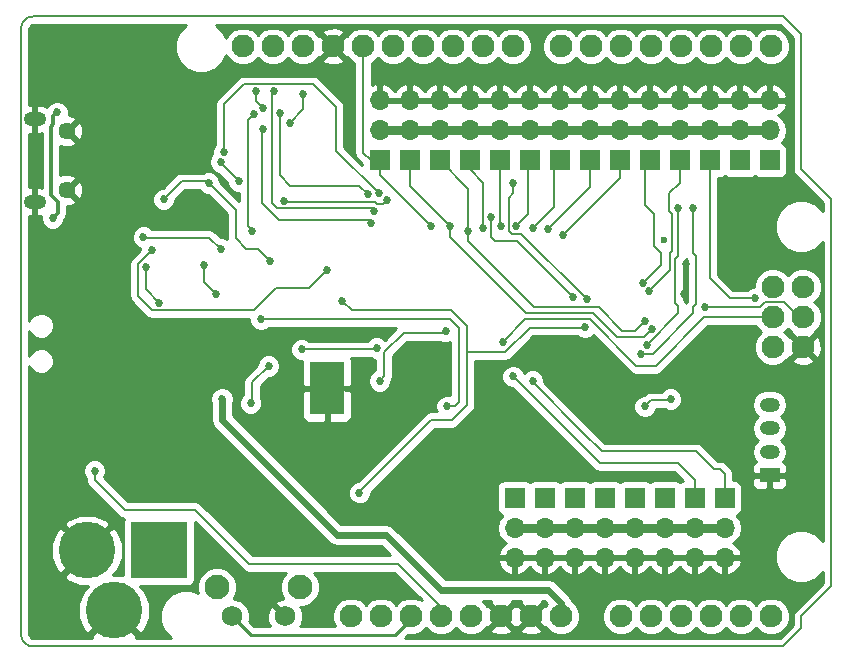
<source format=gbr>
%TF.GenerationSoftware,KiCad,Pcbnew,4.0.7*%
%TF.CreationDate,2018-06-08T10:12:50+02:00*%
%TF.ProjectId,Grape,47726170652E6B696361645F70636200,rev?*%
%TF.FileFunction,Copper,L2,Bot,Signal*%
%FSLAX46Y46*%
G04 Gerber Fmt 4.6, Leading zero omitted, Abs format (unit mm)*
G04 Created by KiCad (PCBNEW 4.0.7) date 06/08/18 10:12:50*
%MOMM*%
%LPD*%
G01*
G04 APERTURE LIST*
%ADD10C,0.150000*%
%ADD11C,0.127000*%
%ADD12C,1.930400*%
%ADD13C,4.800000*%
%ADD14R,4.800000X4.800000*%
%ADD15R,1.700000X1.700000*%
%ADD16O,1.700000X1.700000*%
%ADD17R,1.700000X1.200000*%
%ADD18O,1.700000X1.200000*%
%ADD19C,2.100000*%
%ADD20C,1.750000*%
%ADD21R,2.950000X4.500000*%
%ADD22C,0.600000*%
%ADD23C,1.450000*%
%ADD24O,1.900000X1.200000*%
%ADD25C,0.685800*%
%ADD26C,0.200000*%
%ADD27C,0.152400*%
%ADD28C,0.300000*%
%ADD29C,0.254000*%
%ADD30C,0.600000*%
%ADD31C,0.800000*%
G04 APERTURE END LIST*
D10*
D11*
X176276000Y-114300000D02*
X112776000Y-114300000D01*
X177800000Y-112776000D02*
X177800000Y-111760000D01*
X177800000Y-112776000D02*
X176276000Y-114300000D01*
X176276000Y-60960000D02*
X112776000Y-60960000D01*
X111760000Y-61976000D02*
X111760000Y-113284000D01*
X111760000Y-113284000D02*
G75*
G03X112776000Y-114300000I1016000J0D01*
G01*
X112776000Y-60960000D02*
G75*
G03X111760000Y-61976000I0J-1016000D01*
G01*
X180340000Y-109220000D02*
X177800000Y-111760000D01*
X180340000Y-76454000D02*
X180340000Y-109220000D01*
X177800000Y-73914000D02*
X180340000Y-76454000D01*
X177800000Y-62484000D02*
X177800000Y-73914000D01*
X176276000Y-60960000D02*
X177800000Y-62484000D01*
D12*
X147320000Y-111760000D03*
X149860000Y-111760000D03*
X162560000Y-111760000D03*
X165100000Y-111760000D03*
X167640000Y-111760000D03*
X170180000Y-111760000D03*
X172720000Y-111760000D03*
X175260000Y-111760000D03*
X135636000Y-63500000D03*
X175260000Y-63500000D03*
X172720000Y-63500000D03*
X170180000Y-63500000D03*
X167640000Y-63500000D03*
X165100000Y-63500000D03*
X162560000Y-63500000D03*
X160020000Y-63500000D03*
X157480000Y-63500000D03*
X153416000Y-63500000D03*
X150876000Y-63500000D03*
X148336000Y-63500000D03*
X145796000Y-63500000D03*
X143256000Y-63500000D03*
X140716000Y-63500000D03*
X152400000Y-111760000D03*
X154940000Y-111760000D03*
X138176000Y-63500000D03*
X177939700Y-88948260D03*
X142240000Y-111760000D03*
X175399700Y-83870800D03*
X177939700Y-86410800D03*
X139700000Y-111760000D03*
X144780000Y-111760000D03*
X175399700Y-88948260D03*
X175399700Y-86410800D03*
X130556000Y-63500000D03*
X133096000Y-63500000D03*
X177939700Y-83870800D03*
X157480000Y-111760000D03*
D13*
X117344000Y-106172000D03*
D14*
X123444000Y-106172000D03*
D13*
X119634000Y-111252000D03*
D15*
X175133000Y-73152000D03*
D16*
X175133000Y-70612000D03*
X175133000Y-68072000D03*
D15*
X162433000Y-73152000D03*
D16*
X162433000Y-70612000D03*
X162433000Y-68072000D03*
D15*
X149733000Y-73152000D03*
D16*
X149733000Y-70612000D03*
X149733000Y-68072000D03*
D15*
X153543000Y-101727000D03*
D16*
X153543000Y-104267000D03*
X153543000Y-106807000D03*
D15*
X171323000Y-101727000D03*
D16*
X171323000Y-104267000D03*
X171323000Y-106807000D03*
D15*
X172593000Y-73152000D03*
D16*
X172593000Y-70612000D03*
X172593000Y-68072000D03*
D15*
X159893000Y-73152000D03*
D16*
X159893000Y-70612000D03*
X159893000Y-68072000D03*
D15*
X147193000Y-73152000D03*
D16*
X147193000Y-70612000D03*
X147193000Y-68072000D03*
D15*
X156083000Y-101727000D03*
D16*
X156083000Y-104267000D03*
X156083000Y-106807000D03*
D15*
X168783000Y-101727000D03*
D16*
X168783000Y-104267000D03*
X168783000Y-106807000D03*
D15*
X170053000Y-73152000D03*
D16*
X170053000Y-70612000D03*
X170053000Y-68072000D03*
D15*
X157353000Y-73152000D03*
D16*
X157353000Y-70612000D03*
X157353000Y-68072000D03*
D15*
X144653000Y-73152000D03*
D16*
X144653000Y-70612000D03*
X144653000Y-68072000D03*
D15*
X158623000Y-101727000D03*
D16*
X158623000Y-104267000D03*
X158623000Y-106807000D03*
D15*
X167513000Y-73152000D03*
D16*
X167513000Y-70612000D03*
X167513000Y-68072000D03*
D15*
X154813000Y-73152000D03*
D16*
X154813000Y-70612000D03*
X154813000Y-68072000D03*
D15*
X142113000Y-73152000D03*
D16*
X142113000Y-70612000D03*
X142113000Y-68072000D03*
D15*
X161163000Y-101727000D03*
D16*
X161163000Y-104267000D03*
X161163000Y-106807000D03*
D15*
X164973000Y-73152000D03*
D16*
X164973000Y-70612000D03*
X164973000Y-68072000D03*
D15*
X152273000Y-73152000D03*
D16*
X152273000Y-70612000D03*
X152273000Y-68072000D03*
D15*
X163703000Y-101727000D03*
D16*
X163703000Y-104267000D03*
X163703000Y-106807000D03*
D15*
X166243000Y-101727000D03*
D16*
X166243000Y-104267000D03*
X166243000Y-106807000D03*
D17*
X175133000Y-99822000D03*
D18*
X175133000Y-97822000D03*
X175133000Y-95822000D03*
X175133000Y-93822000D03*
D19*
X128352000Y-109270000D03*
D20*
X129612000Y-111760000D03*
X134112000Y-111760000D03*
D19*
X135362000Y-109270000D03*
D21*
X137668000Y-92456000D03*
D22*
X137068000Y-91256000D03*
X137068000Y-92056000D03*
X138268000Y-92056000D03*
X138268000Y-91256000D03*
X137068000Y-93656000D03*
X137068000Y-92856000D03*
X138268000Y-92856000D03*
X138268000Y-93656000D03*
X124206000Y-87249000D03*
X131953000Y-109601000D03*
X140652500Y-109156500D03*
X122110500Y-70675500D03*
X166179500Y-79883000D03*
X151892000Y-100076000D03*
X178181000Y-94742000D03*
X178181000Y-99250500D03*
X178181000Y-102997000D03*
X114554000Y-109537500D03*
X134683500Y-96837500D03*
X136398000Y-96837500D03*
X144780000Y-98742500D03*
D23*
X115634000Y-70652000D03*
X115634000Y-75652000D03*
D24*
X112934000Y-69652000D03*
X112934000Y-76652000D03*
D25*
X117983000Y-99441000D03*
X128270000Y-84455000D03*
X127254000Y-82042000D03*
X126301500Y-77724000D03*
X154940000Y-90678000D03*
X150495000Y-90360500D03*
X122174000Y-76200000D03*
X124587000Y-77724000D03*
X167894000Y-84455000D03*
X168021000Y-81915000D03*
X132842000Y-81661000D03*
X127635000Y-75057000D03*
X123825000Y-76454000D03*
X114427000Y-78041500D03*
X114808000Y-69088000D03*
X135636000Y-67500500D03*
X134493000Y-69977000D03*
X132270500Y-70485000D03*
X141414500Y-78422500D03*
X159512000Y-87249000D03*
X138938000Y-85026500D03*
X140398500Y-101282500D03*
X128778000Y-93345000D03*
X135509000Y-89154000D03*
X141859000Y-89027000D03*
X123444000Y-85217000D03*
X122301000Y-82169000D03*
X122110500Y-79629000D03*
X128651000Y-80645000D03*
X132715000Y-90551000D03*
X131191000Y-93726000D03*
X133159500Y-67310000D03*
X141605000Y-77406500D03*
X151574500Y-77914500D03*
X158496000Y-84709000D03*
X166751000Y-93345000D03*
X164592000Y-93980000D03*
X159639000Y-84899500D03*
X153416000Y-75057000D03*
X141097000Y-76009500D03*
X133667500Y-69151500D03*
X132207000Y-68707000D03*
X131635500Y-67310000D03*
X173863000Y-84836000D03*
X164909500Y-84201000D03*
X164401500Y-83502500D03*
X157607000Y-79502000D03*
X156337000Y-78994000D03*
X155067000Y-78867000D03*
X153670000Y-78740000D03*
X152400000Y-78740000D03*
X150876000Y-78867000D03*
X169672000Y-85598000D03*
X164592000Y-86741000D03*
X149606000Y-79121000D03*
X165163500Y-87439500D03*
X148082000Y-78740000D03*
X152527000Y-88519000D03*
X146431000Y-78740000D03*
X147828000Y-93980000D03*
X132080000Y-86614000D03*
X128651000Y-73279000D03*
X130175000Y-74930000D03*
X164211000Y-89535000D03*
X168656000Y-77216000D03*
X155067000Y-91821000D03*
X164719000Y-88773000D03*
X167386000Y-77216000D03*
X153416000Y-91440000D03*
X131445000Y-69215000D03*
X131318000Y-79121000D03*
X122809000Y-80772000D03*
X137668000Y-82423000D03*
X142748000Y-76517500D03*
X134048500Y-76581000D03*
X128905000Y-72453500D03*
X142049500Y-75946000D03*
X147701000Y-87630000D03*
X142113000Y-91821000D03*
D26*
X147320000Y-111760000D02*
X147320000Y-110998000D01*
X147320000Y-110998000D02*
X143637000Y-107315000D01*
X143637000Y-107315000D02*
X131064000Y-107315000D01*
X131064000Y-107315000D02*
X126492000Y-102743000D01*
X126492000Y-102743000D02*
X120523000Y-102743000D01*
X120523000Y-102743000D02*
X117983000Y-100203000D01*
X117983000Y-100203000D02*
X117983000Y-99441000D01*
X128270000Y-84455000D02*
X127254000Y-83439000D01*
X127254000Y-83439000D02*
X127254000Y-82042000D01*
D27*
X154940000Y-90678000D02*
X154622500Y-90360500D01*
X154622500Y-90360500D02*
X150495000Y-90360500D01*
D26*
X122174000Y-76200000D02*
X123698000Y-77724000D01*
X123698000Y-77724000D02*
X124587000Y-77724000D01*
X167894000Y-84455000D02*
X168021000Y-84328000D01*
X168021000Y-84328000D02*
X168021000Y-81915000D01*
X129921000Y-77343000D02*
X127635000Y-75057000D01*
X129921000Y-79756000D02*
X129921000Y-77343000D01*
X130810000Y-80645000D02*
X129921000Y-79756000D01*
X131826000Y-80645000D02*
X130810000Y-80645000D01*
X132842000Y-81661000D02*
X131826000Y-80645000D01*
X127508000Y-74930000D02*
X127635000Y-75057000D01*
X125349000Y-74930000D02*
X127508000Y-74930000D01*
X123825000Y-76454000D02*
X125349000Y-74930000D01*
D28*
X114871500Y-77597000D02*
X114427000Y-78041500D01*
X114871500Y-76644500D02*
X114871500Y-77597000D01*
X114300000Y-76073000D02*
X114871500Y-76644500D01*
X114300000Y-70294500D02*
X114300000Y-76073000D01*
X114490500Y-70104000D02*
X114300000Y-70294500D01*
X114490500Y-69405500D02*
X114490500Y-70104000D01*
X114808000Y-69088000D02*
X114490500Y-69405500D01*
D26*
X135636000Y-68834000D02*
X135636000Y-67500500D01*
X134493000Y-69977000D02*
X135636000Y-68834000D01*
X132143500Y-70612000D02*
X132270500Y-70485000D01*
X132143500Y-76771500D02*
X132143500Y-70612000D01*
X133604000Y-78232000D02*
X132143500Y-76771500D01*
X141224000Y-78232000D02*
X133604000Y-78232000D01*
X141414500Y-78422500D02*
X141224000Y-78232000D01*
X149479000Y-89408000D02*
X152717500Y-89408000D01*
X159448500Y-87312500D02*
X159512000Y-87249000D01*
X154813000Y-87312500D02*
X159448500Y-87312500D01*
X152717500Y-89408000D02*
X154813000Y-87312500D01*
X138938000Y-85026500D02*
X139763500Y-85852000D01*
X139763500Y-85852000D02*
X148145500Y-85852000D01*
X148145500Y-85852000D02*
X149479000Y-87185500D01*
X149479000Y-87185500D02*
X149479000Y-89408000D01*
X149479000Y-89408000D02*
X149479000Y-93853000D01*
X149479000Y-93853000D02*
X148209000Y-95123000D01*
X148209000Y-95123000D02*
X146494500Y-95123000D01*
X146494500Y-95123000D02*
X140462000Y-101155500D01*
X140462000Y-101155500D02*
X140398500Y-101282500D01*
D29*
X144780000Y-111760000D02*
X144780000Y-112014000D01*
X144780000Y-112014000D02*
X143446500Y-113347500D01*
X131199500Y-113347500D02*
X129612000Y-111760000D01*
X143446500Y-113347500D02*
X131199500Y-113347500D01*
D30*
X157480000Y-111760000D02*
X157480000Y-110617000D01*
X157480000Y-110617000D02*
X156400500Y-109537500D01*
X156400500Y-109537500D02*
X147320000Y-109537500D01*
X147320000Y-109537500D02*
X142621000Y-104838500D01*
X142621000Y-104838500D02*
X138493500Y-104838500D01*
X138493500Y-104838500D02*
X128778000Y-95123000D01*
X128778000Y-95123000D02*
X128778000Y-93345000D01*
D26*
X142621000Y-104838500D02*
X138493500Y-104838500D01*
X147320000Y-109537500D02*
X142621000Y-104838500D01*
X156400500Y-109537500D02*
X147320000Y-109537500D01*
X157480000Y-110617000D02*
X156400500Y-109537500D01*
X141732000Y-89154000D02*
X135509000Y-89154000D01*
X141859000Y-89027000D02*
X141732000Y-89154000D01*
D27*
X122301000Y-82550000D02*
X122301000Y-82169000D01*
X123444000Y-85217000D02*
X122301000Y-84074000D01*
X122301000Y-82550000D02*
X122301000Y-84074000D01*
X122110500Y-79629000D02*
X122174000Y-79692500D01*
X122174000Y-79692500D02*
X127698500Y-79692500D01*
X127698500Y-79692500D02*
X128651000Y-80645000D01*
D31*
X144653000Y-70612000D02*
X142113000Y-70612000D01*
X147193000Y-70612000D02*
X144653000Y-70612000D01*
X149733000Y-70612000D02*
X147193000Y-70612000D01*
X152273000Y-70612000D02*
X149733000Y-70612000D01*
X157353000Y-70612000D02*
X154813000Y-70612000D01*
X154813000Y-70612000D02*
X152273000Y-70612000D01*
X159893000Y-70612000D02*
X157353000Y-70612000D01*
X162433000Y-70612000D02*
X159893000Y-70612000D01*
X164973000Y-70612000D02*
X162433000Y-70612000D01*
X167513000Y-70612000D02*
X164973000Y-70612000D01*
X170053000Y-70612000D02*
X167513000Y-70612000D01*
X172593000Y-70612000D02*
X170053000Y-70612000D01*
X175133000Y-70612000D02*
X172593000Y-70612000D01*
X153543000Y-104267000D02*
X156083000Y-104267000D01*
X156083000Y-104267000D02*
X158623000Y-104267000D01*
X158623000Y-104267000D02*
X161163000Y-104267000D01*
X161163000Y-104267000D02*
X163703000Y-104267000D01*
X163703000Y-104267000D02*
X166243000Y-104267000D01*
X166243000Y-104267000D02*
X168783000Y-104267000D01*
X171323000Y-104267000D02*
X168783000Y-104267000D01*
D26*
X131318000Y-91948000D02*
X132715000Y-90551000D01*
X131318000Y-93599000D02*
X131318000Y-91948000D01*
X131191000Y-93726000D02*
X131318000Y-93599000D01*
X132969000Y-67500500D02*
X133159500Y-67310000D01*
X132969000Y-76771500D02*
X132969000Y-67500500D01*
X133413500Y-77216000D02*
X132969000Y-76771500D01*
X141414500Y-77216000D02*
X133413500Y-77216000D01*
X141605000Y-77406500D02*
X141414500Y-77216000D01*
X151574500Y-79629000D02*
X151574500Y-77914500D01*
X151892000Y-79946500D02*
X151574500Y-79629000D01*
X153733500Y-79946500D02*
X151892000Y-79946500D01*
X158496000Y-84709000D02*
X153733500Y-79946500D01*
X166624000Y-93472000D02*
X166751000Y-93345000D01*
X165100000Y-93472000D02*
X166624000Y-93472000D01*
X164592000Y-93980000D02*
X165100000Y-93472000D01*
X153035000Y-79121000D02*
X153035000Y-76327000D01*
X159639000Y-84899500D02*
X154114500Y-79375000D01*
X154114500Y-79375000D02*
X153289000Y-79375000D01*
X153289000Y-79375000D02*
X153035000Y-79121000D01*
X141097000Y-76009500D02*
X140398500Y-75311000D01*
X140398500Y-75311000D02*
X134556500Y-75311000D01*
X134556500Y-75311000D02*
X133667500Y-74422000D01*
X133667500Y-74422000D02*
X133667500Y-69151500D01*
X132207000Y-68707000D02*
X131635500Y-68135500D01*
X131635500Y-68135500D02*
X131635500Y-67310000D01*
X153416000Y-75946000D02*
X153416000Y-75057000D01*
X153035000Y-76327000D02*
X153416000Y-75946000D01*
D27*
X170053000Y-73152000D02*
X170053000Y-83121500D01*
X171767500Y-84836000D02*
X173863000Y-84836000D01*
X170053000Y-83121500D02*
X171767500Y-84836000D01*
X164909500Y-84201000D02*
X166687500Y-82423000D01*
X166687500Y-82423000D02*
X166687500Y-81026000D01*
X166687500Y-81026000D02*
X166878000Y-80835500D01*
X166878000Y-80835500D02*
X166878000Y-77724000D01*
X166878000Y-77724000D02*
X166624000Y-77470000D01*
X166624000Y-77470000D02*
X166624000Y-75946000D01*
X166624000Y-75946000D02*
X167513000Y-75057000D01*
X167513000Y-75057000D02*
X167513000Y-73152000D01*
X164401500Y-83502500D02*
X165925500Y-81978500D01*
X165925500Y-81978500D02*
X165925500Y-80962500D01*
X165925500Y-80962500D02*
X165354000Y-80391000D01*
X165354000Y-80391000D02*
X165354000Y-77660500D01*
X165354000Y-77660500D02*
X164592000Y-76898500D01*
X164592000Y-76898500D02*
X164592000Y-73533000D01*
X164592000Y-73533000D02*
X164973000Y-73152000D01*
D26*
X162433000Y-74676000D02*
X162433000Y-73152000D01*
X157607000Y-79502000D02*
X162433000Y-74676000D01*
X156337000Y-78994000D02*
X159893000Y-75438000D01*
X159893000Y-75438000D02*
X159893000Y-73152000D01*
X155067000Y-78867000D02*
X156845000Y-77089000D01*
X156845000Y-77089000D02*
X156845000Y-73660000D01*
X156845000Y-73660000D02*
X157353000Y-73152000D01*
X153670000Y-78740000D02*
X154686000Y-77724000D01*
X154686000Y-77724000D02*
X154686000Y-73279000D01*
X154686000Y-73279000D02*
X154813000Y-73152000D01*
X152400000Y-78740000D02*
X152273000Y-78613000D01*
X152273000Y-78613000D02*
X152273000Y-73152000D01*
X150876000Y-78867000D02*
X150876000Y-75057000D01*
X150876000Y-75057000D02*
X149733000Y-73914000D01*
X149733000Y-73914000D02*
X149733000Y-73152000D01*
D27*
X177939700Y-86410800D02*
X177596800Y-86410800D01*
X177596800Y-86410800D02*
X176339500Y-85153500D01*
X176339500Y-85153500D02*
X174752000Y-85153500D01*
X174752000Y-85153500D02*
X174307500Y-85598000D01*
X174307500Y-85598000D02*
X169672000Y-85598000D01*
X164592000Y-86741000D02*
X163766500Y-87566500D01*
X163766500Y-87566500D02*
X162623500Y-87566500D01*
X162623500Y-87566500D02*
X160655000Y-85598000D01*
X160655000Y-85598000D02*
X155194000Y-85598000D01*
X155194000Y-85598000D02*
X149606000Y-80010000D01*
X149606000Y-80010000D02*
X149606000Y-79121000D01*
D26*
X149606000Y-79121000D02*
X149606000Y-75565000D01*
X149606000Y-75565000D02*
X147193000Y-73152000D01*
X147193000Y-73152000D02*
X147193000Y-73152000D01*
D27*
X148082000Y-79629000D02*
X148082000Y-78740000D01*
X154495500Y-86042500D02*
X148082000Y-79629000D01*
X160147000Y-86042500D02*
X154495500Y-86042500D01*
X162242500Y-88138000D02*
X160147000Y-86042500D01*
X164465000Y-88138000D02*
X162242500Y-88138000D01*
X165163500Y-87439500D02*
X164465000Y-88138000D01*
D26*
X148082000Y-78740000D02*
X144653000Y-75311000D01*
X144653000Y-75311000D02*
X144653000Y-73152000D01*
X175399700Y-86410800D02*
X169621200Y-86410800D01*
X154432000Y-86614000D02*
X152527000Y-88519000D01*
X159893000Y-86614000D02*
X154432000Y-86614000D01*
X163830000Y-90551000D02*
X159893000Y-86614000D01*
X165481000Y-90551000D02*
X163830000Y-90551000D01*
X169621200Y-86410800D02*
X165481000Y-90551000D01*
X142113000Y-74422000D02*
X142113000Y-73152000D01*
X146431000Y-78740000D02*
X142113000Y-74422000D01*
X142113000Y-73152000D02*
X141351000Y-73152000D01*
X141351000Y-73152000D02*
X140716000Y-72517000D01*
X140716000Y-72517000D02*
X140716000Y-63500000D01*
X148463000Y-93980000D02*
X147828000Y-93980000D01*
X148844000Y-93599000D02*
X148463000Y-93980000D01*
X148844000Y-87376000D02*
X148844000Y-93599000D01*
X148082000Y-86614000D02*
X148844000Y-87376000D01*
X132080000Y-86614000D02*
X148082000Y-86614000D01*
X128651000Y-73406000D02*
X128651000Y-73279000D01*
X130175000Y-74930000D02*
X128651000Y-73406000D01*
X165227000Y-89535000D02*
X164211000Y-89535000D01*
X168656000Y-86106000D02*
X165227000Y-89535000D01*
X168656000Y-85598000D02*
X168656000Y-86106000D01*
X168910000Y-85344000D02*
X168656000Y-85598000D01*
X168910000Y-81280000D02*
X168910000Y-85344000D01*
X168656000Y-81026000D02*
X168910000Y-81280000D01*
X168656000Y-77216000D02*
X168656000Y-81026000D01*
X171323000Y-101727000D02*
X171323000Y-99695000D01*
X155067000Y-91948000D02*
X155067000Y-91821000D01*
X159258000Y-96139000D02*
X155067000Y-91948000D01*
X159258000Y-96139000D02*
X159258000Y-96139000D01*
X160909000Y-97790000D02*
X159258000Y-96139000D01*
X168910000Y-97790000D02*
X160909000Y-97790000D01*
X170434000Y-99314000D02*
X168910000Y-97790000D01*
X170942000Y-99314000D02*
X170434000Y-99314000D01*
X171323000Y-99695000D02*
X170942000Y-99314000D01*
X167386000Y-86106000D02*
X164719000Y-88773000D01*
X167386000Y-85471000D02*
X167386000Y-86106000D01*
X167132000Y-85217000D02*
X167386000Y-85471000D01*
X167132000Y-81534000D02*
X167132000Y-85217000D01*
X167386000Y-81280000D02*
X167132000Y-81534000D01*
X167386000Y-77216000D02*
X167386000Y-81280000D01*
X168783000Y-101727000D02*
X168783000Y-100203000D01*
X160782000Y-98806000D02*
X153416000Y-91440000D01*
X167386000Y-98806000D02*
X160782000Y-98806000D01*
X168783000Y-100203000D02*
X167386000Y-98806000D01*
X130937000Y-69723000D02*
X131445000Y-69215000D01*
X130937000Y-78740000D02*
X130937000Y-69723000D01*
X131318000Y-79121000D02*
X130937000Y-78740000D01*
X121666000Y-81915000D02*
X122809000Y-80772000D01*
X121666000Y-84645500D02*
X121666000Y-81915000D01*
X122872500Y-85852000D02*
X121666000Y-84645500D01*
X131445000Y-85852000D02*
X122872500Y-85852000D01*
X133350000Y-83947000D02*
X131445000Y-85852000D01*
X136144000Y-83947000D02*
X133350000Y-83947000D01*
X137668000Y-82423000D02*
X136144000Y-83947000D01*
D27*
X142748000Y-76517500D02*
X142430500Y-76835000D01*
X142430500Y-76835000D02*
X141922500Y-76835000D01*
X141922500Y-76835000D02*
X141732000Y-76644500D01*
X141732000Y-76644500D02*
X133985000Y-76644500D01*
X133985000Y-76644500D02*
X134048500Y-76581000D01*
X128905000Y-68389500D02*
X128905000Y-72453500D01*
X130619500Y-66675000D02*
X128905000Y-68389500D01*
X136461500Y-66675000D02*
X130619500Y-66675000D01*
X138430000Y-68643500D02*
X136461500Y-66675000D01*
X138430000Y-72326500D02*
X138430000Y-68643500D01*
X142049500Y-75946000D02*
X138430000Y-72326500D01*
D26*
X147701000Y-87630000D02*
X147574000Y-87757000D01*
X147574000Y-87757000D02*
X144145000Y-87757000D01*
X144145000Y-87757000D02*
X142494000Y-89408000D01*
X142494000Y-89408000D02*
X142494000Y-91440000D01*
X142494000Y-91440000D02*
X142113000Y-91821000D01*
D29*
G36*
X125116955Y-62239411D02*
X124777887Y-63055978D01*
X124777115Y-63940143D01*
X125114758Y-64757300D01*
X125739411Y-65383045D01*
X126555978Y-65722113D01*
X127440143Y-65722885D01*
X128257300Y-65385242D01*
X128883045Y-64760589D01*
X129114816Y-64202422D01*
X129198625Y-64405256D01*
X129648376Y-64855793D01*
X130236304Y-65099922D01*
X130872903Y-65100477D01*
X131461256Y-64857375D01*
X131826242Y-64493026D01*
X132188376Y-64855793D01*
X132776304Y-65099922D01*
X133412903Y-65100477D01*
X134001256Y-64857375D01*
X134366242Y-64493026D01*
X134728376Y-64855793D01*
X135316304Y-65099922D01*
X135952903Y-65100477D01*
X136541256Y-64857375D01*
X136771682Y-64627350D01*
X137228255Y-64627350D01*
X137322654Y-64890596D01*
X137919769Y-65111305D01*
X138555893Y-65086707D01*
X139029346Y-64890596D01*
X139123745Y-64627350D01*
X138176000Y-63679605D01*
X137228255Y-64627350D01*
X136771682Y-64627350D01*
X136977250Y-64422141D01*
X137048650Y-64447745D01*
X137996395Y-63500000D01*
X137048650Y-62552255D01*
X136976712Y-62578052D01*
X136771669Y-62372650D01*
X137228255Y-62372650D01*
X138176000Y-63320395D01*
X139123745Y-62372650D01*
X139029346Y-62109404D01*
X138432231Y-61888695D01*
X137796107Y-61913293D01*
X137322654Y-62109404D01*
X137228255Y-62372650D01*
X136771669Y-62372650D01*
X136543624Y-62144207D01*
X135955696Y-61900078D01*
X135319097Y-61899523D01*
X134730744Y-62142625D01*
X134365758Y-62506974D01*
X134003624Y-62144207D01*
X133415696Y-61900078D01*
X132779097Y-61899523D01*
X132190744Y-62142625D01*
X131825758Y-62506974D01*
X131463624Y-62144207D01*
X130875696Y-61900078D01*
X130239097Y-61899523D01*
X129650744Y-62142625D01*
X129200207Y-62592376D01*
X129114756Y-62798165D01*
X128885242Y-62242700D01*
X128302061Y-61658500D01*
X175986672Y-61658500D01*
X177101500Y-62773328D01*
X177101500Y-73914000D01*
X177154670Y-74181305D01*
X177306086Y-74407914D01*
X179641500Y-76743328D01*
X179641500Y-77438882D01*
X179060589Y-76856955D01*
X178244022Y-76517887D01*
X177359857Y-76517115D01*
X176542700Y-76854758D01*
X175916955Y-77479411D01*
X175577887Y-78295978D01*
X175577115Y-79180143D01*
X175914758Y-79997300D01*
X176539411Y-80623045D01*
X177355978Y-80962113D01*
X178240143Y-80962885D01*
X179057300Y-80625242D01*
X179641500Y-80042061D01*
X179641500Y-105378882D01*
X179060589Y-104796955D01*
X178244022Y-104457887D01*
X177359857Y-104457115D01*
X176542700Y-104794758D01*
X175916955Y-105419411D01*
X175577887Y-106235978D01*
X175577115Y-107120143D01*
X175914758Y-107937300D01*
X176539411Y-108563045D01*
X177355978Y-108902113D01*
X178240143Y-108902885D01*
X179057300Y-108565242D01*
X179641500Y-107982061D01*
X179641500Y-108930672D01*
X177306086Y-111266086D01*
X177154670Y-111492695D01*
X177108980Y-111722395D01*
X177101500Y-111760000D01*
X177101500Y-112486672D01*
X175986672Y-113601500D01*
X144270130Y-113601500D01*
X144511664Y-113359967D01*
X145096903Y-113360477D01*
X145685256Y-113117375D01*
X146050242Y-112753026D01*
X146412376Y-113115793D01*
X147000304Y-113359922D01*
X147636903Y-113360477D01*
X148225256Y-113117375D01*
X148590242Y-112753026D01*
X148952376Y-113115793D01*
X149540304Y-113359922D01*
X150176903Y-113360477D01*
X150765256Y-113117375D01*
X150995682Y-112887350D01*
X151452255Y-112887350D01*
X151546654Y-113150596D01*
X152143769Y-113371305D01*
X152779893Y-113346707D01*
X153253346Y-113150596D01*
X153347745Y-112887350D01*
X153992255Y-112887350D01*
X154086654Y-113150596D01*
X154683769Y-113371305D01*
X155319893Y-113346707D01*
X155793346Y-113150596D01*
X155887745Y-112887350D01*
X154940000Y-111939605D01*
X153992255Y-112887350D01*
X153347745Y-112887350D01*
X152400000Y-111939605D01*
X151452255Y-112887350D01*
X150995682Y-112887350D01*
X151201250Y-112682141D01*
X151272650Y-112707745D01*
X152220395Y-111760000D01*
X152579605Y-111760000D01*
X153527350Y-112707745D01*
X153670000Y-112656591D01*
X153812650Y-112707745D01*
X154760395Y-111760000D01*
X153812650Y-110812255D01*
X153670000Y-110863409D01*
X153527350Y-110812255D01*
X152579605Y-111760000D01*
X152220395Y-111760000D01*
X151272650Y-110812255D01*
X151200712Y-110838052D01*
X150835798Y-110472500D01*
X151509684Y-110472500D01*
X151452255Y-110632650D01*
X152400000Y-111580395D01*
X153347745Y-110632650D01*
X153290316Y-110472500D01*
X154049684Y-110472500D01*
X153992255Y-110632650D01*
X154940000Y-111580395D01*
X155887745Y-110632650D01*
X155830316Y-110472500D01*
X156013210Y-110472500D01*
X156258764Y-110718054D01*
X156138750Y-110837859D01*
X156067350Y-110812255D01*
X155119605Y-111760000D01*
X156067350Y-112707745D01*
X156139288Y-112681948D01*
X156572376Y-113115793D01*
X157160304Y-113359922D01*
X157796903Y-113360477D01*
X158385256Y-113117375D01*
X158835793Y-112667624D01*
X159079922Y-112079696D01*
X159079924Y-112076903D01*
X160959523Y-112076903D01*
X161202625Y-112665256D01*
X161652376Y-113115793D01*
X162240304Y-113359922D01*
X162876903Y-113360477D01*
X163465256Y-113117375D01*
X163830242Y-112753026D01*
X164192376Y-113115793D01*
X164780304Y-113359922D01*
X165416903Y-113360477D01*
X166005256Y-113117375D01*
X166370242Y-112753026D01*
X166732376Y-113115793D01*
X167320304Y-113359922D01*
X167956903Y-113360477D01*
X168545256Y-113117375D01*
X168910242Y-112753026D01*
X169272376Y-113115793D01*
X169860304Y-113359922D01*
X170496903Y-113360477D01*
X171085256Y-113117375D01*
X171450242Y-112753026D01*
X171812376Y-113115793D01*
X172400304Y-113359922D01*
X173036903Y-113360477D01*
X173625256Y-113117375D01*
X173990242Y-112753026D01*
X174352376Y-113115793D01*
X174940304Y-113359922D01*
X175576903Y-113360477D01*
X176165256Y-113117375D01*
X176615793Y-112667624D01*
X176859922Y-112079696D01*
X176860477Y-111443097D01*
X176617375Y-110854744D01*
X176167624Y-110404207D01*
X175579696Y-110160078D01*
X174943097Y-110159523D01*
X174354744Y-110402625D01*
X173989758Y-110766974D01*
X173627624Y-110404207D01*
X173039696Y-110160078D01*
X172403097Y-110159523D01*
X171814744Y-110402625D01*
X171449758Y-110766974D01*
X171087624Y-110404207D01*
X170499696Y-110160078D01*
X169863097Y-110159523D01*
X169274744Y-110402625D01*
X168909758Y-110766974D01*
X168547624Y-110404207D01*
X167959696Y-110160078D01*
X167323097Y-110159523D01*
X166734744Y-110402625D01*
X166369758Y-110766974D01*
X166007624Y-110404207D01*
X165419696Y-110160078D01*
X164783097Y-110159523D01*
X164194744Y-110402625D01*
X163829758Y-110766974D01*
X163467624Y-110404207D01*
X162879696Y-110160078D01*
X162243097Y-110159523D01*
X161654744Y-110402625D01*
X161204207Y-110852376D01*
X160960078Y-111440304D01*
X160959523Y-112076903D01*
X159079924Y-112076903D01*
X159080477Y-111443097D01*
X158837375Y-110854744D01*
X158387624Y-110404207D01*
X158371327Y-110397440D01*
X158344867Y-110264421D01*
X158343827Y-110259191D01*
X158141145Y-109955855D01*
X157061645Y-108876355D01*
X156758309Y-108673673D01*
X156400500Y-108602500D01*
X147707290Y-108602500D01*
X146268680Y-107163890D01*
X152101524Y-107163890D01*
X152271355Y-107573924D01*
X152661642Y-108002183D01*
X153186108Y-108248486D01*
X153416000Y-108127819D01*
X153416000Y-106934000D01*
X153670000Y-106934000D01*
X153670000Y-108127819D01*
X153899892Y-108248486D01*
X154424358Y-108002183D01*
X154813000Y-107575729D01*
X155201642Y-108002183D01*
X155726108Y-108248486D01*
X155956000Y-108127819D01*
X155956000Y-106934000D01*
X156210000Y-106934000D01*
X156210000Y-108127819D01*
X156439892Y-108248486D01*
X156964358Y-108002183D01*
X157353000Y-107575729D01*
X157741642Y-108002183D01*
X158266108Y-108248486D01*
X158496000Y-108127819D01*
X158496000Y-106934000D01*
X158750000Y-106934000D01*
X158750000Y-108127819D01*
X158979892Y-108248486D01*
X159504358Y-108002183D01*
X159893000Y-107575729D01*
X160281642Y-108002183D01*
X160806108Y-108248486D01*
X161036000Y-108127819D01*
X161036000Y-106934000D01*
X161290000Y-106934000D01*
X161290000Y-108127819D01*
X161519892Y-108248486D01*
X162044358Y-108002183D01*
X162433000Y-107575729D01*
X162821642Y-108002183D01*
X163346108Y-108248486D01*
X163576000Y-108127819D01*
X163576000Y-106934000D01*
X163830000Y-106934000D01*
X163830000Y-108127819D01*
X164059892Y-108248486D01*
X164584358Y-108002183D01*
X164973000Y-107575729D01*
X165361642Y-108002183D01*
X165886108Y-108248486D01*
X166116000Y-108127819D01*
X166116000Y-106934000D01*
X166370000Y-106934000D01*
X166370000Y-108127819D01*
X166599892Y-108248486D01*
X167124358Y-108002183D01*
X167513000Y-107575729D01*
X167901642Y-108002183D01*
X168426108Y-108248486D01*
X168656000Y-108127819D01*
X168656000Y-106934000D01*
X168910000Y-106934000D01*
X168910000Y-108127819D01*
X169139892Y-108248486D01*
X169664358Y-108002183D01*
X170053000Y-107575729D01*
X170441642Y-108002183D01*
X170966108Y-108248486D01*
X171196000Y-108127819D01*
X171196000Y-106934000D01*
X171450000Y-106934000D01*
X171450000Y-108127819D01*
X171679892Y-108248486D01*
X172204358Y-108002183D01*
X172594645Y-107573924D01*
X172764476Y-107163890D01*
X172643155Y-106934000D01*
X171450000Y-106934000D01*
X171196000Y-106934000D01*
X168910000Y-106934000D01*
X168656000Y-106934000D01*
X166370000Y-106934000D01*
X166116000Y-106934000D01*
X163830000Y-106934000D01*
X163576000Y-106934000D01*
X161290000Y-106934000D01*
X161036000Y-106934000D01*
X158750000Y-106934000D01*
X158496000Y-106934000D01*
X156210000Y-106934000D01*
X155956000Y-106934000D01*
X153670000Y-106934000D01*
X153416000Y-106934000D01*
X152222845Y-106934000D01*
X152101524Y-107163890D01*
X146268680Y-107163890D01*
X143371790Y-104267000D01*
X152028907Y-104267000D01*
X152141946Y-104835285D01*
X152463853Y-105317054D01*
X152804553Y-105544702D01*
X152661642Y-105611817D01*
X152271355Y-106040076D01*
X152101524Y-106450110D01*
X152222845Y-106680000D01*
X153416000Y-106680000D01*
X153416000Y-106660000D01*
X153670000Y-106660000D01*
X153670000Y-106680000D01*
X155956000Y-106680000D01*
X155956000Y-106660000D01*
X156210000Y-106660000D01*
X156210000Y-106680000D01*
X158496000Y-106680000D01*
X158496000Y-106660000D01*
X158750000Y-106660000D01*
X158750000Y-106680000D01*
X161036000Y-106680000D01*
X161036000Y-106660000D01*
X161290000Y-106660000D01*
X161290000Y-106680000D01*
X163576000Y-106680000D01*
X163576000Y-106660000D01*
X163830000Y-106660000D01*
X163830000Y-106680000D01*
X166116000Y-106680000D01*
X166116000Y-106660000D01*
X166370000Y-106660000D01*
X166370000Y-106680000D01*
X168656000Y-106680000D01*
X168656000Y-106660000D01*
X168910000Y-106660000D01*
X168910000Y-106680000D01*
X171196000Y-106680000D01*
X171196000Y-106660000D01*
X171450000Y-106660000D01*
X171450000Y-106680000D01*
X172643155Y-106680000D01*
X172764476Y-106450110D01*
X172594645Y-106040076D01*
X172204358Y-105611817D01*
X172061447Y-105544702D01*
X172402147Y-105317054D01*
X172724054Y-104835285D01*
X172837093Y-104267000D01*
X172724054Y-103698715D01*
X172402147Y-103216946D01*
X172360548Y-103189150D01*
X172408317Y-103180162D01*
X172624441Y-103041090D01*
X172769431Y-102828890D01*
X172820440Y-102577000D01*
X172820440Y-100877000D01*
X172776162Y-100641683D01*
X172637090Y-100425559D01*
X172424890Y-100280569D01*
X172173000Y-100229560D01*
X172058000Y-100229560D01*
X172058000Y-100107750D01*
X173648000Y-100107750D01*
X173648000Y-100548309D01*
X173744673Y-100781698D01*
X173923301Y-100960327D01*
X174156690Y-101057000D01*
X174847250Y-101057000D01*
X175006000Y-100898250D01*
X175006000Y-99949000D01*
X175260000Y-99949000D01*
X175260000Y-100898250D01*
X175418750Y-101057000D01*
X176109310Y-101057000D01*
X176342699Y-100960327D01*
X176521327Y-100781698D01*
X176618000Y-100548309D01*
X176618000Y-100107750D01*
X176459250Y-99949000D01*
X175260000Y-99949000D01*
X175006000Y-99949000D01*
X173806750Y-99949000D01*
X173648000Y-100107750D01*
X172058000Y-100107750D01*
X172058000Y-99695000D01*
X172002051Y-99413728D01*
X171890872Y-99247337D01*
X171842723Y-99175276D01*
X171461723Y-98794277D01*
X171223272Y-98634949D01*
X170942000Y-98579000D01*
X170738447Y-98579000D01*
X169429723Y-97270277D01*
X169191272Y-97110949D01*
X168910000Y-97055000D01*
X161213447Y-97055000D01*
X159777725Y-95619279D01*
X159777723Y-95619276D01*
X158332110Y-94173663D01*
X163613931Y-94173663D01*
X163762493Y-94533212D01*
X164037341Y-94808540D01*
X164396630Y-94957730D01*
X164785663Y-94958069D01*
X165145212Y-94809507D01*
X165420540Y-94534659D01*
X165556596Y-94207000D01*
X166276922Y-94207000D01*
X166555630Y-94322730D01*
X166944663Y-94323069D01*
X167304212Y-94174507D01*
X167579540Y-93899659D01*
X167611786Y-93822000D01*
X173618907Y-93822000D01*
X173712916Y-94294614D01*
X173980630Y-94695277D01*
X174170285Y-94822000D01*
X173980630Y-94948723D01*
X173712916Y-95349386D01*
X173618907Y-95822000D01*
X173712916Y-96294614D01*
X173980630Y-96695277D01*
X174170285Y-96822000D01*
X173980630Y-96948723D01*
X173712916Y-97349386D01*
X173618907Y-97822000D01*
X173712916Y-98294614D01*
X173962130Y-98667590D01*
X173923301Y-98683673D01*
X173744673Y-98862302D01*
X173648000Y-99095691D01*
X173648000Y-99536250D01*
X173806750Y-99695000D01*
X175006000Y-99695000D01*
X175006000Y-99675000D01*
X175260000Y-99675000D01*
X175260000Y-99695000D01*
X176459250Y-99695000D01*
X176618000Y-99536250D01*
X176618000Y-99095691D01*
X176521327Y-98862302D01*
X176342699Y-98683673D01*
X176303870Y-98667590D01*
X176553084Y-98294614D01*
X176647093Y-97822000D01*
X176553084Y-97349386D01*
X176285370Y-96948723D01*
X176095715Y-96822000D01*
X176285370Y-96695277D01*
X176553084Y-96294614D01*
X176647093Y-95822000D01*
X176553084Y-95349386D01*
X176285370Y-94948723D01*
X176095715Y-94822000D01*
X176285370Y-94695277D01*
X176553084Y-94294614D01*
X176647093Y-93822000D01*
X176553084Y-93349386D01*
X176285370Y-92948723D01*
X175884707Y-92681009D01*
X175412093Y-92587000D01*
X174853907Y-92587000D01*
X174381293Y-92681009D01*
X173980630Y-92948723D01*
X173712916Y-93349386D01*
X173618907Y-93822000D01*
X167611786Y-93822000D01*
X167728730Y-93540370D01*
X167729069Y-93151337D01*
X167580507Y-92791788D01*
X167305659Y-92516460D01*
X166946370Y-92367270D01*
X166557337Y-92366931D01*
X166197788Y-92515493D01*
X165975894Y-92737000D01*
X165100000Y-92737000D01*
X164865394Y-92783667D01*
X164818727Y-92792949D01*
X164580276Y-92952277D01*
X164530507Y-93002046D01*
X164398337Y-93001931D01*
X164038788Y-93150493D01*
X163763460Y-93425341D01*
X163614270Y-93784630D01*
X163613931Y-94173663D01*
X158332110Y-94173663D01*
X156044843Y-91886397D01*
X156045069Y-91627337D01*
X155896507Y-91267788D01*
X155621659Y-90992460D01*
X155262370Y-90843270D01*
X154873337Y-90842931D01*
X154513788Y-90991493D01*
X154354480Y-91150523D01*
X154245507Y-90886788D01*
X153970659Y-90611460D01*
X153611370Y-90462270D01*
X153222337Y-90461931D01*
X152862788Y-90610493D01*
X152587460Y-90885341D01*
X152438270Y-91244630D01*
X152437931Y-91633663D01*
X152586493Y-91993212D01*
X152861341Y-92268540D01*
X153220630Y-92417730D01*
X153354401Y-92417847D01*
X160262276Y-99325723D01*
X160434801Y-99441000D01*
X160500728Y-99485051D01*
X160782000Y-99541000D01*
X167081554Y-99541000D01*
X167795909Y-100255356D01*
X167697683Y-100273838D01*
X167510923Y-100394015D01*
X167344890Y-100280569D01*
X167093000Y-100229560D01*
X165393000Y-100229560D01*
X165157683Y-100273838D01*
X164970923Y-100394015D01*
X164804890Y-100280569D01*
X164553000Y-100229560D01*
X162853000Y-100229560D01*
X162617683Y-100273838D01*
X162430923Y-100394015D01*
X162264890Y-100280569D01*
X162013000Y-100229560D01*
X160313000Y-100229560D01*
X160077683Y-100273838D01*
X159890923Y-100394015D01*
X159724890Y-100280569D01*
X159473000Y-100229560D01*
X157773000Y-100229560D01*
X157537683Y-100273838D01*
X157350923Y-100394015D01*
X157184890Y-100280569D01*
X156933000Y-100229560D01*
X155233000Y-100229560D01*
X154997683Y-100273838D01*
X154810923Y-100394015D01*
X154644890Y-100280569D01*
X154393000Y-100229560D01*
X152693000Y-100229560D01*
X152457683Y-100273838D01*
X152241559Y-100412910D01*
X152096569Y-100625110D01*
X152045560Y-100877000D01*
X152045560Y-102577000D01*
X152089838Y-102812317D01*
X152228910Y-103028441D01*
X152441110Y-103173431D01*
X152508541Y-103187086D01*
X152463853Y-103216946D01*
X152141946Y-103698715D01*
X152028907Y-104267000D01*
X143371790Y-104267000D01*
X143282145Y-104177355D01*
X142978809Y-103974673D01*
X142621000Y-103903500D01*
X138880790Y-103903500D01*
X129713000Y-94735710D01*
X129713000Y-93919663D01*
X130212931Y-93919663D01*
X130361493Y-94279212D01*
X130636341Y-94554540D01*
X130995630Y-94703730D01*
X131384663Y-94704069D01*
X131744212Y-94555507D01*
X132019540Y-94280659D01*
X132168730Y-93921370D01*
X132169069Y-93532337D01*
X132053000Y-93251427D01*
X132053000Y-92252446D01*
X132776493Y-91528954D01*
X132908663Y-91529069D01*
X133268212Y-91380507D01*
X133543540Y-91105659D01*
X133692730Y-90746370D01*
X133693069Y-90357337D01*
X133544507Y-89997788D01*
X133269659Y-89722460D01*
X132910370Y-89573270D01*
X132521337Y-89572931D01*
X132161788Y-89721493D01*
X131886460Y-89996341D01*
X131737270Y-90355630D01*
X131737153Y-90489400D01*
X130798277Y-91428277D01*
X130638949Y-91666728D01*
X130583000Y-91948000D01*
X130583000Y-92951185D01*
X130362460Y-93171341D01*
X130213270Y-93530630D01*
X130212931Y-93919663D01*
X129713000Y-93919663D01*
X129713000Y-93643275D01*
X129755730Y-93540370D01*
X129756069Y-93151337D01*
X129607507Y-92791788D01*
X129332659Y-92516460D01*
X128973370Y-92367270D01*
X128584337Y-92366931D01*
X128224788Y-92515493D01*
X127949460Y-92790341D01*
X127800270Y-93149630D01*
X127799931Y-93538663D01*
X127843000Y-93642898D01*
X127843000Y-95123000D01*
X127914173Y-95480809D01*
X128116855Y-95784145D01*
X137832355Y-105499645D01*
X138135691Y-105702327D01*
X138493500Y-105773500D01*
X142233710Y-105773500D01*
X143040210Y-106580000D01*
X131368447Y-106580000D01*
X127011723Y-102223277D01*
X126773272Y-102063949D01*
X126492000Y-102008000D01*
X120827447Y-102008000D01*
X118812586Y-99993140D01*
X118960730Y-99636370D01*
X118961069Y-99247337D01*
X118812507Y-98887788D01*
X118537659Y-98612460D01*
X118178370Y-98463270D01*
X117789337Y-98462931D01*
X117429788Y-98611493D01*
X117154460Y-98886341D01*
X117005270Y-99245630D01*
X117004931Y-99634663D01*
X117153493Y-99994212D01*
X117248000Y-100088884D01*
X117248000Y-100203000D01*
X117297727Y-100452993D01*
X117303949Y-100484272D01*
X117463277Y-100722723D01*
X120003276Y-103262723D01*
X120241727Y-103422051D01*
X120288394Y-103431333D01*
X120481924Y-103469829D01*
X120447569Y-103520110D01*
X120396560Y-103772000D01*
X120396560Y-108283629D01*
X120232287Y-108215928D01*
X119568719Y-108217111D01*
X119507721Y-108156113D01*
X119920010Y-107886600D01*
X120380072Y-106770287D01*
X120377919Y-105562891D01*
X119920010Y-104457400D01*
X119507719Y-104187886D01*
X117523605Y-106172000D01*
X117537748Y-106186143D01*
X117358143Y-106365748D01*
X117344000Y-106351605D01*
X115359886Y-108335719D01*
X115629400Y-108748010D01*
X116745713Y-109208072D01*
X117409281Y-109206889D01*
X117470279Y-109267887D01*
X117057990Y-109537400D01*
X116597928Y-110653713D01*
X116600081Y-111861109D01*
X117057990Y-112966600D01*
X117470281Y-113236114D01*
X119454395Y-111252000D01*
X119440253Y-111237858D01*
X119619858Y-111058253D01*
X119634000Y-111072395D01*
X119648143Y-111058253D01*
X119827748Y-111237858D01*
X119813605Y-111252000D01*
X121797719Y-113236114D01*
X122210010Y-112966600D01*
X122670072Y-111850287D01*
X122667919Y-110642891D01*
X122210010Y-109537400D01*
X121797721Y-109267887D01*
X121846168Y-109219440D01*
X125844000Y-109219440D01*
X126079317Y-109175162D01*
X126295441Y-109036090D01*
X126440431Y-108823890D01*
X126491440Y-108572000D01*
X126491440Y-103781886D01*
X130544276Y-107834723D01*
X130782727Y-107994051D01*
X130823610Y-108002183D01*
X131064000Y-108050000D01*
X134199099Y-108050000D01*
X133934360Y-108314278D01*
X133677293Y-108933362D01*
X133676708Y-109603697D01*
X133932694Y-110223229D01*
X133964389Y-110254979D01*
X133746542Y-110264421D01*
X133312884Y-110444047D01*
X133229545Y-110697940D01*
X134112000Y-111580395D01*
X134126143Y-111566253D01*
X134305748Y-111745858D01*
X134291605Y-111760000D01*
X134305748Y-111774143D01*
X134126143Y-111953748D01*
X134112000Y-111939605D01*
X134097858Y-111953748D01*
X133918253Y-111774143D01*
X133932395Y-111760000D01*
X133049940Y-110877545D01*
X132796047Y-110960884D01*
X132590410Y-111525306D01*
X132616421Y-112125458D01*
X132796047Y-112559116D01*
X132876426Y-112585500D01*
X131515130Y-112585500D01*
X131083468Y-112153838D01*
X131121738Y-112061675D01*
X131122262Y-111460960D01*
X130892862Y-110905771D01*
X130468463Y-110480630D01*
X129913675Y-110250262D01*
X129755196Y-110250124D01*
X129779640Y-110225722D01*
X130036707Y-109606638D01*
X130037292Y-108936303D01*
X129781306Y-108316771D01*
X129307722Y-107842360D01*
X128688638Y-107585293D01*
X128018303Y-107584708D01*
X127398771Y-107840694D01*
X126924360Y-108314278D01*
X126667293Y-108933362D01*
X126666708Y-109603697D01*
X126735922Y-109771208D01*
X126174022Y-109537887D01*
X125289857Y-109537115D01*
X124472700Y-109874758D01*
X123846955Y-110499411D01*
X123507887Y-111315978D01*
X123507115Y-112200143D01*
X123844758Y-113017300D01*
X124427939Y-113601500D01*
X121496669Y-113601500D01*
X121618114Y-113415719D01*
X119634000Y-111431605D01*
X117649886Y-113415719D01*
X117771331Y-113601500D01*
X112844798Y-113601500D01*
X112659735Y-113564689D01*
X112561170Y-113498830D01*
X112495311Y-113400265D01*
X112458500Y-113215202D01*
X112458500Y-105573713D01*
X114307928Y-105573713D01*
X114310081Y-106781109D01*
X114767990Y-107886600D01*
X115180281Y-108156114D01*
X117164395Y-106172000D01*
X115180281Y-104187886D01*
X114767990Y-104457400D01*
X114307928Y-105573713D01*
X112458500Y-105573713D01*
X112458500Y-104008281D01*
X115359886Y-104008281D01*
X117344000Y-105992395D01*
X119328114Y-104008281D01*
X119058600Y-103595990D01*
X117942287Y-103135928D01*
X116734891Y-103138081D01*
X115629400Y-103595990D01*
X115359886Y-104008281D01*
X112458500Y-104008281D01*
X112458500Y-90558572D01*
X112541646Y-90759800D01*
X112846595Y-91065282D01*
X113245233Y-91230811D01*
X113676873Y-91231188D01*
X114075800Y-91066354D01*
X114381282Y-90761405D01*
X114546811Y-90362767D01*
X114547188Y-89931127D01*
X114382354Y-89532200D01*
X114077405Y-89226718D01*
X113678767Y-89061189D01*
X113247127Y-89060812D01*
X112848200Y-89225646D01*
X112542718Y-89530595D01*
X112458500Y-89733414D01*
X112458500Y-87558572D01*
X112541646Y-87759800D01*
X112846595Y-88065282D01*
X113245233Y-88230811D01*
X113676873Y-88231188D01*
X114075800Y-88066354D01*
X114381282Y-87761405D01*
X114546811Y-87362767D01*
X114547188Y-86931127D01*
X114382354Y-86532200D01*
X114077405Y-86226718D01*
X113678767Y-86061189D01*
X113247127Y-86060812D01*
X112848200Y-86225646D01*
X112542718Y-86530595D01*
X112458500Y-86733414D01*
X112458500Y-81915000D01*
X120931000Y-81915000D01*
X120931000Y-84645500D01*
X120968264Y-84832837D01*
X120986949Y-84926772D01*
X121146277Y-85165223D01*
X122352777Y-86371724D01*
X122565709Y-86514000D01*
X122591228Y-86531051D01*
X122872500Y-86587000D01*
X131102123Y-86587000D01*
X131101931Y-86807663D01*
X131250493Y-87167212D01*
X131525341Y-87442540D01*
X131884630Y-87591730D01*
X132273663Y-87592069D01*
X132633212Y-87443507D01*
X132727884Y-87349000D01*
X143513553Y-87349000D01*
X142538767Y-88323787D01*
X142413659Y-88198460D01*
X142054370Y-88049270D01*
X141665337Y-88048931D01*
X141305788Y-88197493D01*
X141083894Y-88419000D01*
X136157036Y-88419000D01*
X136063659Y-88325460D01*
X135704370Y-88176270D01*
X135315337Y-88175931D01*
X134955788Y-88324493D01*
X134680460Y-88599341D01*
X134531270Y-88958630D01*
X134530931Y-89347663D01*
X134679493Y-89707212D01*
X134954341Y-89982540D01*
X135313630Y-90131730D01*
X135558000Y-90131943D01*
X135558000Y-92170250D01*
X135716750Y-92329000D01*
X136154655Y-92329000D01*
X136154678Y-92329239D01*
X136210405Y-92463776D01*
X136173740Y-92583000D01*
X135716750Y-92583000D01*
X135558000Y-92741750D01*
X135558000Y-94832310D01*
X135654673Y-95065699D01*
X135833302Y-95244327D01*
X136066691Y-95341000D01*
X137382250Y-95341000D01*
X137541000Y-95182250D01*
X137541000Y-94115637D01*
X137623576Y-94120819D01*
X137668000Y-94076395D01*
X137712424Y-94120819D01*
X137795000Y-94115637D01*
X137795000Y-95182250D01*
X137953750Y-95341000D01*
X139269309Y-95341000D01*
X139502698Y-95244327D01*
X139681327Y-95065699D01*
X139778000Y-94832310D01*
X139778000Y-92741750D01*
X139619250Y-92583000D01*
X139181345Y-92583000D01*
X139181322Y-92582761D01*
X139125595Y-92448224D01*
X139162260Y-92329000D01*
X139619250Y-92329000D01*
X139778000Y-92170250D01*
X139778000Y-90079690D01*
X139699014Y-89889000D01*
X141384922Y-89889000D01*
X141663630Y-90004730D01*
X141759000Y-90004813D01*
X141759000Y-90909181D01*
X141559788Y-90991493D01*
X141284460Y-91266341D01*
X141135270Y-91625630D01*
X141134931Y-92014663D01*
X141283493Y-92374212D01*
X141558341Y-92649540D01*
X141917630Y-92798730D01*
X142306663Y-92799069D01*
X142666212Y-92650507D01*
X142941540Y-92375659D01*
X143090730Y-92016370D01*
X143090880Y-91844250D01*
X143173051Y-91721272D01*
X143175570Y-91708607D01*
X143229000Y-91440000D01*
X143229000Y-89712446D01*
X144449447Y-88492000D01*
X147226922Y-88492000D01*
X147505630Y-88607730D01*
X147894663Y-88608069D01*
X148109000Y-88519507D01*
X148109000Y-93037827D01*
X148023370Y-93002270D01*
X147634337Y-93001931D01*
X147274788Y-93150493D01*
X146999460Y-93425341D01*
X146850270Y-93784630D01*
X146849931Y-94173663D01*
X146938493Y-94388000D01*
X146494500Y-94388000D01*
X146213228Y-94443949D01*
X145974776Y-94603277D01*
X140273563Y-100304491D01*
X140204837Y-100304431D01*
X139845288Y-100452993D01*
X139569960Y-100727841D01*
X139420770Y-101087130D01*
X139420431Y-101476163D01*
X139568993Y-101835712D01*
X139843841Y-102111040D01*
X140203130Y-102260230D01*
X140592163Y-102260569D01*
X140951712Y-102112007D01*
X141227040Y-101837159D01*
X141376230Y-101477870D01*
X141376402Y-101280544D01*
X146798947Y-95858000D01*
X148209000Y-95858000D01*
X148490272Y-95802051D01*
X148728723Y-95642723D01*
X149998723Y-94372724D01*
X150158051Y-94134272D01*
X150183313Y-94007272D01*
X150214000Y-93853000D01*
X150214000Y-90143000D01*
X152717500Y-90143000D01*
X152998772Y-90087051D01*
X153237223Y-89927723D01*
X155117447Y-88047500D01*
X158927353Y-88047500D01*
X158957341Y-88077540D01*
X159316630Y-88226730D01*
X159705663Y-88227069D01*
X160065212Y-88078507D01*
X160191747Y-87952193D01*
X163310277Y-91070724D01*
X163523209Y-91213000D01*
X163548728Y-91230051D01*
X163830000Y-91286000D01*
X165481000Y-91286000D01*
X165762272Y-91230051D01*
X166000723Y-91070723D01*
X169925646Y-87145800D01*
X173971977Y-87145800D01*
X174042325Y-87316056D01*
X174405404Y-87679770D01*
X174043907Y-88040636D01*
X173799778Y-88628564D01*
X173799223Y-89265163D01*
X174042325Y-89853516D01*
X174492076Y-90304053D01*
X175080004Y-90548182D01*
X175716603Y-90548737D01*
X176304956Y-90305635D01*
X176535382Y-90075610D01*
X176991955Y-90075610D01*
X177086354Y-90338856D01*
X177683469Y-90559565D01*
X178319593Y-90534967D01*
X178793046Y-90338856D01*
X178887445Y-90075610D01*
X177939700Y-89127865D01*
X176991955Y-90075610D01*
X176535382Y-90075610D01*
X176740950Y-89870401D01*
X176812350Y-89896005D01*
X177760095Y-88948260D01*
X178119305Y-88948260D01*
X179067050Y-89896005D01*
X179330296Y-89801606D01*
X179551005Y-89204491D01*
X179526407Y-88568367D01*
X179330296Y-88094914D01*
X179067050Y-88000515D01*
X178119305Y-88948260D01*
X177760095Y-88948260D01*
X176812350Y-88000515D01*
X176740412Y-88026312D01*
X176393996Y-87679290D01*
X176669942Y-87403826D01*
X177016889Y-87751379D01*
X176991955Y-87820910D01*
X177939700Y-88768655D01*
X178887445Y-87820910D01*
X178862319Y-87750842D01*
X179295493Y-87318424D01*
X179539622Y-86730496D01*
X179540177Y-86093897D01*
X179297075Y-85505544D01*
X178932726Y-85140558D01*
X179295493Y-84778424D01*
X179539622Y-84190496D01*
X179540177Y-83553897D01*
X179297075Y-82965544D01*
X178847324Y-82515007D01*
X178259396Y-82270878D01*
X177622797Y-82270323D01*
X177034444Y-82513425D01*
X176669458Y-82877774D01*
X176307324Y-82515007D01*
X175719396Y-82270878D01*
X175082797Y-82270323D01*
X174494444Y-82513425D01*
X174043907Y-82963176D01*
X173799778Y-83551104D01*
X173799510Y-83858044D01*
X173669337Y-83857931D01*
X173309788Y-84006493D01*
X173191274Y-84124800D01*
X172062088Y-84124800D01*
X170764200Y-82826912D01*
X170764200Y-74649440D01*
X170903000Y-74649440D01*
X171138317Y-74605162D01*
X171325077Y-74484985D01*
X171491110Y-74598431D01*
X171743000Y-74649440D01*
X173443000Y-74649440D01*
X173678317Y-74605162D01*
X173865077Y-74484985D01*
X174031110Y-74598431D01*
X174283000Y-74649440D01*
X175983000Y-74649440D01*
X176218317Y-74605162D01*
X176434441Y-74466090D01*
X176579431Y-74253890D01*
X176630440Y-74002000D01*
X176630440Y-72302000D01*
X176586162Y-72066683D01*
X176447090Y-71850559D01*
X176234890Y-71705569D01*
X176167459Y-71691914D01*
X176212147Y-71662054D01*
X176534054Y-71180285D01*
X176647093Y-70612000D01*
X176534054Y-70043715D01*
X176212147Y-69561946D01*
X175871447Y-69334298D01*
X176014358Y-69267183D01*
X176404645Y-68838924D01*
X176574476Y-68428890D01*
X176453155Y-68199000D01*
X175260000Y-68199000D01*
X175260000Y-68219000D01*
X175006000Y-68219000D01*
X175006000Y-68199000D01*
X172720000Y-68199000D01*
X172720000Y-68219000D01*
X172466000Y-68219000D01*
X172466000Y-68199000D01*
X170180000Y-68199000D01*
X170180000Y-68219000D01*
X169926000Y-68219000D01*
X169926000Y-68199000D01*
X167640000Y-68199000D01*
X167640000Y-68219000D01*
X167386000Y-68219000D01*
X167386000Y-68199000D01*
X165100000Y-68199000D01*
X165100000Y-68219000D01*
X164846000Y-68219000D01*
X164846000Y-68199000D01*
X162560000Y-68199000D01*
X162560000Y-68219000D01*
X162306000Y-68219000D01*
X162306000Y-68199000D01*
X160020000Y-68199000D01*
X160020000Y-68219000D01*
X159766000Y-68219000D01*
X159766000Y-68199000D01*
X157480000Y-68199000D01*
X157480000Y-68219000D01*
X157226000Y-68219000D01*
X157226000Y-68199000D01*
X154940000Y-68199000D01*
X154940000Y-68219000D01*
X154686000Y-68219000D01*
X154686000Y-68199000D01*
X152400000Y-68199000D01*
X152400000Y-68219000D01*
X152146000Y-68219000D01*
X152146000Y-68199000D01*
X149860000Y-68199000D01*
X149860000Y-68219000D01*
X149606000Y-68219000D01*
X149606000Y-68199000D01*
X147320000Y-68199000D01*
X147320000Y-68219000D01*
X147066000Y-68219000D01*
X147066000Y-68199000D01*
X144780000Y-68199000D01*
X144780000Y-68219000D01*
X144526000Y-68219000D01*
X144526000Y-68199000D01*
X142240000Y-68199000D01*
X142240000Y-68219000D01*
X141986000Y-68219000D01*
X141986000Y-68199000D01*
X141966000Y-68199000D01*
X141966000Y-67945000D01*
X141986000Y-67945000D01*
X141986000Y-66751181D01*
X142240000Y-66751181D01*
X142240000Y-67945000D01*
X144526000Y-67945000D01*
X144526000Y-66751181D01*
X144780000Y-66751181D01*
X144780000Y-67945000D01*
X147066000Y-67945000D01*
X147066000Y-66751181D01*
X147320000Y-66751181D01*
X147320000Y-67945000D01*
X149606000Y-67945000D01*
X149606000Y-66751181D01*
X149860000Y-66751181D01*
X149860000Y-67945000D01*
X152146000Y-67945000D01*
X152146000Y-66751181D01*
X152400000Y-66751181D01*
X152400000Y-67945000D01*
X154686000Y-67945000D01*
X154686000Y-66751181D01*
X154940000Y-66751181D01*
X154940000Y-67945000D01*
X157226000Y-67945000D01*
X157226000Y-66751181D01*
X157480000Y-66751181D01*
X157480000Y-67945000D01*
X159766000Y-67945000D01*
X159766000Y-66751181D01*
X160020000Y-66751181D01*
X160020000Y-67945000D01*
X162306000Y-67945000D01*
X162306000Y-66751181D01*
X162560000Y-66751181D01*
X162560000Y-67945000D01*
X164846000Y-67945000D01*
X164846000Y-66751181D01*
X165100000Y-66751181D01*
X165100000Y-67945000D01*
X167386000Y-67945000D01*
X167386000Y-66751181D01*
X167640000Y-66751181D01*
X167640000Y-67945000D01*
X169926000Y-67945000D01*
X169926000Y-66751181D01*
X170180000Y-66751181D01*
X170180000Y-67945000D01*
X172466000Y-67945000D01*
X172466000Y-66751181D01*
X172720000Y-66751181D01*
X172720000Y-67945000D01*
X175006000Y-67945000D01*
X175006000Y-66751181D01*
X175260000Y-66751181D01*
X175260000Y-67945000D01*
X176453155Y-67945000D01*
X176574476Y-67715110D01*
X176404645Y-67305076D01*
X176014358Y-66876817D01*
X175489892Y-66630514D01*
X175260000Y-66751181D01*
X175006000Y-66751181D01*
X174776108Y-66630514D01*
X174251642Y-66876817D01*
X173863000Y-67303271D01*
X173474358Y-66876817D01*
X172949892Y-66630514D01*
X172720000Y-66751181D01*
X172466000Y-66751181D01*
X172236108Y-66630514D01*
X171711642Y-66876817D01*
X171323000Y-67303271D01*
X170934358Y-66876817D01*
X170409892Y-66630514D01*
X170180000Y-66751181D01*
X169926000Y-66751181D01*
X169696108Y-66630514D01*
X169171642Y-66876817D01*
X168783000Y-67303271D01*
X168394358Y-66876817D01*
X167869892Y-66630514D01*
X167640000Y-66751181D01*
X167386000Y-66751181D01*
X167156108Y-66630514D01*
X166631642Y-66876817D01*
X166243000Y-67303271D01*
X165854358Y-66876817D01*
X165329892Y-66630514D01*
X165100000Y-66751181D01*
X164846000Y-66751181D01*
X164616108Y-66630514D01*
X164091642Y-66876817D01*
X163703000Y-67303271D01*
X163314358Y-66876817D01*
X162789892Y-66630514D01*
X162560000Y-66751181D01*
X162306000Y-66751181D01*
X162076108Y-66630514D01*
X161551642Y-66876817D01*
X161163000Y-67303271D01*
X160774358Y-66876817D01*
X160249892Y-66630514D01*
X160020000Y-66751181D01*
X159766000Y-66751181D01*
X159536108Y-66630514D01*
X159011642Y-66876817D01*
X158623000Y-67303271D01*
X158234358Y-66876817D01*
X157709892Y-66630514D01*
X157480000Y-66751181D01*
X157226000Y-66751181D01*
X156996108Y-66630514D01*
X156471642Y-66876817D01*
X156083000Y-67303271D01*
X155694358Y-66876817D01*
X155169892Y-66630514D01*
X154940000Y-66751181D01*
X154686000Y-66751181D01*
X154456108Y-66630514D01*
X153931642Y-66876817D01*
X153543000Y-67303271D01*
X153154358Y-66876817D01*
X152629892Y-66630514D01*
X152400000Y-66751181D01*
X152146000Y-66751181D01*
X151916108Y-66630514D01*
X151391642Y-66876817D01*
X151003000Y-67303271D01*
X150614358Y-66876817D01*
X150089892Y-66630514D01*
X149860000Y-66751181D01*
X149606000Y-66751181D01*
X149376108Y-66630514D01*
X148851642Y-66876817D01*
X148463000Y-67303271D01*
X148074358Y-66876817D01*
X147549892Y-66630514D01*
X147320000Y-66751181D01*
X147066000Y-66751181D01*
X146836108Y-66630514D01*
X146311642Y-66876817D01*
X145923000Y-67303271D01*
X145534358Y-66876817D01*
X145009892Y-66630514D01*
X144780000Y-66751181D01*
X144526000Y-66751181D01*
X144296108Y-66630514D01*
X143771642Y-66876817D01*
X143383000Y-67303271D01*
X142994358Y-66876817D01*
X142469892Y-66630514D01*
X142240000Y-66751181D01*
X141986000Y-66751181D01*
X141756108Y-66630514D01*
X141451000Y-66773801D01*
X141451000Y-64927723D01*
X141621256Y-64857375D01*
X141986242Y-64493026D01*
X142348376Y-64855793D01*
X142936304Y-65099922D01*
X143572903Y-65100477D01*
X144161256Y-64857375D01*
X144526242Y-64493026D01*
X144888376Y-64855793D01*
X145476304Y-65099922D01*
X146112903Y-65100477D01*
X146701256Y-64857375D01*
X147066242Y-64493026D01*
X147428376Y-64855793D01*
X148016304Y-65099922D01*
X148652903Y-65100477D01*
X149241256Y-64857375D01*
X149606242Y-64493026D01*
X149968376Y-64855793D01*
X150556304Y-65099922D01*
X151192903Y-65100477D01*
X151781256Y-64857375D01*
X152146242Y-64493026D01*
X152508376Y-64855793D01*
X153096304Y-65099922D01*
X153732903Y-65100477D01*
X154321256Y-64857375D01*
X154771793Y-64407624D01*
X155015922Y-63819696D01*
X155015924Y-63816903D01*
X155879523Y-63816903D01*
X156122625Y-64405256D01*
X156572376Y-64855793D01*
X157160304Y-65099922D01*
X157796903Y-65100477D01*
X158385256Y-64857375D01*
X158750242Y-64493026D01*
X159112376Y-64855793D01*
X159700304Y-65099922D01*
X160336903Y-65100477D01*
X160925256Y-64857375D01*
X161290242Y-64493026D01*
X161652376Y-64855793D01*
X162240304Y-65099922D01*
X162876903Y-65100477D01*
X163465256Y-64857375D01*
X163830242Y-64493026D01*
X164192376Y-64855793D01*
X164780304Y-65099922D01*
X165416903Y-65100477D01*
X166005256Y-64857375D01*
X166370242Y-64493026D01*
X166732376Y-64855793D01*
X167320304Y-65099922D01*
X167956903Y-65100477D01*
X168545256Y-64857375D01*
X168910242Y-64493026D01*
X169272376Y-64855793D01*
X169860304Y-65099922D01*
X170496903Y-65100477D01*
X171085256Y-64857375D01*
X171450242Y-64493026D01*
X171812376Y-64855793D01*
X172400304Y-65099922D01*
X173036903Y-65100477D01*
X173625256Y-64857375D01*
X173990242Y-64493026D01*
X174352376Y-64855793D01*
X174940304Y-65099922D01*
X175576903Y-65100477D01*
X176165256Y-64857375D01*
X176615793Y-64407624D01*
X176859922Y-63819696D01*
X176860477Y-63183097D01*
X176617375Y-62594744D01*
X176167624Y-62144207D01*
X175579696Y-61900078D01*
X174943097Y-61899523D01*
X174354744Y-62142625D01*
X173989758Y-62506974D01*
X173627624Y-62144207D01*
X173039696Y-61900078D01*
X172403097Y-61899523D01*
X171814744Y-62142625D01*
X171449758Y-62506974D01*
X171087624Y-62144207D01*
X170499696Y-61900078D01*
X169863097Y-61899523D01*
X169274744Y-62142625D01*
X168909758Y-62506974D01*
X168547624Y-62144207D01*
X167959696Y-61900078D01*
X167323097Y-61899523D01*
X166734744Y-62142625D01*
X166369758Y-62506974D01*
X166007624Y-62144207D01*
X165419696Y-61900078D01*
X164783097Y-61899523D01*
X164194744Y-62142625D01*
X163829758Y-62506974D01*
X163467624Y-62144207D01*
X162879696Y-61900078D01*
X162243097Y-61899523D01*
X161654744Y-62142625D01*
X161289758Y-62506974D01*
X160927624Y-62144207D01*
X160339696Y-61900078D01*
X159703097Y-61899523D01*
X159114744Y-62142625D01*
X158749758Y-62506974D01*
X158387624Y-62144207D01*
X157799696Y-61900078D01*
X157163097Y-61899523D01*
X156574744Y-62142625D01*
X156124207Y-62592376D01*
X155880078Y-63180304D01*
X155879523Y-63816903D01*
X155015924Y-63816903D01*
X155016477Y-63183097D01*
X154773375Y-62594744D01*
X154323624Y-62144207D01*
X153735696Y-61900078D01*
X153099097Y-61899523D01*
X152510744Y-62142625D01*
X152145758Y-62506974D01*
X151783624Y-62144207D01*
X151195696Y-61900078D01*
X150559097Y-61899523D01*
X149970744Y-62142625D01*
X149605758Y-62506974D01*
X149243624Y-62144207D01*
X148655696Y-61900078D01*
X148019097Y-61899523D01*
X147430744Y-62142625D01*
X147065758Y-62506974D01*
X146703624Y-62144207D01*
X146115696Y-61900078D01*
X145479097Y-61899523D01*
X144890744Y-62142625D01*
X144525758Y-62506974D01*
X144163624Y-62144207D01*
X143575696Y-61900078D01*
X142939097Y-61899523D01*
X142350744Y-62142625D01*
X141985758Y-62506974D01*
X141623624Y-62144207D01*
X141035696Y-61900078D01*
X140399097Y-61899523D01*
X139810744Y-62142625D01*
X139374750Y-62577859D01*
X139303350Y-62552255D01*
X138355605Y-63500000D01*
X139303350Y-64447745D01*
X139375288Y-64421948D01*
X139808376Y-64855793D01*
X139981000Y-64927473D01*
X139981000Y-72517000D01*
X140007231Y-72648870D01*
X140036949Y-72798272D01*
X140196277Y-73036723D01*
X140615560Y-73456007D01*
X140615560Y-73506272D01*
X139141200Y-72031912D01*
X139141200Y-68643500D01*
X139087063Y-68371336D01*
X138997483Y-68237270D01*
X138932894Y-68140605D01*
X136964394Y-66172106D01*
X136733665Y-66017937D01*
X136461500Y-65963800D01*
X130619500Y-65963800D01*
X130392490Y-66008955D01*
X130347335Y-66017937D01*
X130116606Y-66172106D01*
X128402106Y-67886606D01*
X128247937Y-68117335D01*
X128219859Y-68258493D01*
X128193800Y-68389500D01*
X128193800Y-71781706D01*
X128076460Y-71898841D01*
X127927270Y-72258130D01*
X127926955Y-72620029D01*
X127822460Y-72724341D01*
X127673270Y-73083630D01*
X127672931Y-73472663D01*
X127821493Y-73832212D01*
X128096341Y-74107540D01*
X128455630Y-74256730D01*
X128462290Y-74256736D01*
X129197046Y-74991493D01*
X129196931Y-75123663D01*
X129345493Y-75483212D01*
X129620341Y-75758540D01*
X129979630Y-75907730D01*
X130202000Y-75907924D01*
X130202000Y-76584553D01*
X128612954Y-74995508D01*
X128613069Y-74863337D01*
X128464507Y-74503788D01*
X128189659Y-74228460D01*
X127830370Y-74079270D01*
X127441337Y-74078931D01*
X127160427Y-74195000D01*
X125349000Y-74195000D01*
X125114394Y-74241667D01*
X125067727Y-74250949D01*
X124829276Y-74410277D01*
X123763508Y-75476046D01*
X123631337Y-75475931D01*
X123271788Y-75624493D01*
X122996460Y-75899341D01*
X122847270Y-76258630D01*
X122846931Y-76647663D01*
X122995493Y-77007212D01*
X123270341Y-77282540D01*
X123629630Y-77431730D01*
X124018663Y-77432069D01*
X124378212Y-77283507D01*
X124653540Y-77008659D01*
X124802730Y-76649370D01*
X124802847Y-76515600D01*
X125653447Y-75665000D01*
X126860185Y-75665000D01*
X127080341Y-75885540D01*
X127439630Y-76034730D01*
X127573400Y-76034847D01*
X129186000Y-77647447D01*
X129186000Y-79756000D01*
X129197339Y-79813005D01*
X128846370Y-79667270D01*
X128678913Y-79667124D01*
X128201394Y-79189606D01*
X127970665Y-79035437D01*
X127698500Y-78981300D01*
X122845684Y-78981300D01*
X122665159Y-78800460D01*
X122305870Y-78651270D01*
X121916837Y-78650931D01*
X121557288Y-78799493D01*
X121281960Y-79074341D01*
X121132770Y-79433630D01*
X121132431Y-79822663D01*
X121280993Y-80182212D01*
X121555841Y-80457540D01*
X121832942Y-80572603D01*
X121831270Y-80576630D01*
X121831153Y-80710400D01*
X121146277Y-81395277D01*
X120986949Y-81633728D01*
X120931000Y-81915000D01*
X112458500Y-81915000D01*
X112458500Y-77887000D01*
X112807000Y-77887000D01*
X112807000Y-76779000D01*
X112787000Y-76779000D01*
X112787000Y-76525000D01*
X112807000Y-76525000D01*
X112807000Y-75417000D01*
X112458500Y-75417000D01*
X112458500Y-70887000D01*
X112807000Y-70887000D01*
X112807000Y-69779000D01*
X112787000Y-69779000D01*
X112787000Y-69525000D01*
X112807000Y-69525000D01*
X112807000Y-68417000D01*
X113061000Y-68417000D01*
X113061000Y-69525000D01*
X113081000Y-69525000D01*
X113081000Y-69779000D01*
X113061000Y-69779000D01*
X113061000Y-70887000D01*
X113411000Y-70887000D01*
X113515000Y-70854963D01*
X113515000Y-75449037D01*
X113411000Y-75417000D01*
X113061000Y-75417000D01*
X113061000Y-76525000D01*
X113081000Y-76525000D01*
X113081000Y-76779000D01*
X113061000Y-76779000D01*
X113061000Y-77887000D01*
X113411000Y-77887000D01*
X113449245Y-77875219D01*
X113448931Y-78235163D01*
X113597493Y-78594712D01*
X113872341Y-78870040D01*
X114231630Y-79019230D01*
X114620663Y-79019569D01*
X114980212Y-78871007D01*
X115255540Y-78596159D01*
X115404730Y-78236870D01*
X115404785Y-78173873D01*
X115426579Y-78152079D01*
X115596745Y-77897406D01*
X115656500Y-77597000D01*
X115656500Y-77012692D01*
X115975444Y-76995949D01*
X116342878Y-76843753D01*
X116407793Y-76605398D01*
X115634000Y-75831605D01*
X115619858Y-75845748D01*
X115440253Y-75666143D01*
X115454395Y-75652000D01*
X115813605Y-75652000D01*
X116587398Y-76425793D01*
X116825753Y-76360878D01*
X117006312Y-75850854D01*
X116977949Y-75310556D01*
X116825753Y-74943122D01*
X116587398Y-74878207D01*
X115813605Y-75652000D01*
X115454395Y-75652000D01*
X115440253Y-75637858D01*
X115619858Y-75458253D01*
X115634000Y-75472395D01*
X116407793Y-74698602D01*
X116342878Y-74460247D01*
X115832854Y-74279688D01*
X115292556Y-74308051D01*
X115085000Y-74394023D01*
X115085000Y-71900353D01*
X115435146Y-72024312D01*
X115975444Y-71995949D01*
X116342878Y-71843753D01*
X116407793Y-71605398D01*
X115634000Y-70831605D01*
X115619858Y-70845748D01*
X115440253Y-70666143D01*
X115454395Y-70652000D01*
X115813605Y-70652000D01*
X116587398Y-71425793D01*
X116825753Y-71360878D01*
X117006312Y-70850854D01*
X116977949Y-70310556D01*
X116825753Y-69943122D01*
X116587398Y-69878207D01*
X115813605Y-70652000D01*
X115454395Y-70652000D01*
X115440253Y-70637858D01*
X115619858Y-70458253D01*
X115634000Y-70472395D01*
X116407793Y-69698602D01*
X116342878Y-69460247D01*
X115832854Y-69279688D01*
X115785731Y-69282162D01*
X115786069Y-68894337D01*
X115637507Y-68534788D01*
X115362659Y-68259460D01*
X115003370Y-68110270D01*
X114614337Y-68109931D01*
X114254788Y-68258493D01*
X113979460Y-68533341D01*
X113944350Y-68617896D01*
X113873947Y-68559610D01*
X113411000Y-68417000D01*
X113061000Y-68417000D01*
X112807000Y-68417000D01*
X112458500Y-68417000D01*
X112458500Y-62044798D01*
X112495311Y-61859735D01*
X112561170Y-61761170D01*
X112659735Y-61695311D01*
X112844798Y-61658500D01*
X125698882Y-61658500D01*
X125116955Y-62239411D01*
X125116955Y-62239411D01*
G37*
X125116955Y-62239411D02*
X124777887Y-63055978D01*
X124777115Y-63940143D01*
X125114758Y-64757300D01*
X125739411Y-65383045D01*
X126555978Y-65722113D01*
X127440143Y-65722885D01*
X128257300Y-65385242D01*
X128883045Y-64760589D01*
X129114816Y-64202422D01*
X129198625Y-64405256D01*
X129648376Y-64855793D01*
X130236304Y-65099922D01*
X130872903Y-65100477D01*
X131461256Y-64857375D01*
X131826242Y-64493026D01*
X132188376Y-64855793D01*
X132776304Y-65099922D01*
X133412903Y-65100477D01*
X134001256Y-64857375D01*
X134366242Y-64493026D01*
X134728376Y-64855793D01*
X135316304Y-65099922D01*
X135952903Y-65100477D01*
X136541256Y-64857375D01*
X136771682Y-64627350D01*
X137228255Y-64627350D01*
X137322654Y-64890596D01*
X137919769Y-65111305D01*
X138555893Y-65086707D01*
X139029346Y-64890596D01*
X139123745Y-64627350D01*
X138176000Y-63679605D01*
X137228255Y-64627350D01*
X136771682Y-64627350D01*
X136977250Y-64422141D01*
X137048650Y-64447745D01*
X137996395Y-63500000D01*
X137048650Y-62552255D01*
X136976712Y-62578052D01*
X136771669Y-62372650D01*
X137228255Y-62372650D01*
X138176000Y-63320395D01*
X139123745Y-62372650D01*
X139029346Y-62109404D01*
X138432231Y-61888695D01*
X137796107Y-61913293D01*
X137322654Y-62109404D01*
X137228255Y-62372650D01*
X136771669Y-62372650D01*
X136543624Y-62144207D01*
X135955696Y-61900078D01*
X135319097Y-61899523D01*
X134730744Y-62142625D01*
X134365758Y-62506974D01*
X134003624Y-62144207D01*
X133415696Y-61900078D01*
X132779097Y-61899523D01*
X132190744Y-62142625D01*
X131825758Y-62506974D01*
X131463624Y-62144207D01*
X130875696Y-61900078D01*
X130239097Y-61899523D01*
X129650744Y-62142625D01*
X129200207Y-62592376D01*
X129114756Y-62798165D01*
X128885242Y-62242700D01*
X128302061Y-61658500D01*
X175986672Y-61658500D01*
X177101500Y-62773328D01*
X177101500Y-73914000D01*
X177154670Y-74181305D01*
X177306086Y-74407914D01*
X179641500Y-76743328D01*
X179641500Y-77438882D01*
X179060589Y-76856955D01*
X178244022Y-76517887D01*
X177359857Y-76517115D01*
X176542700Y-76854758D01*
X175916955Y-77479411D01*
X175577887Y-78295978D01*
X175577115Y-79180143D01*
X175914758Y-79997300D01*
X176539411Y-80623045D01*
X177355978Y-80962113D01*
X178240143Y-80962885D01*
X179057300Y-80625242D01*
X179641500Y-80042061D01*
X179641500Y-105378882D01*
X179060589Y-104796955D01*
X178244022Y-104457887D01*
X177359857Y-104457115D01*
X176542700Y-104794758D01*
X175916955Y-105419411D01*
X175577887Y-106235978D01*
X175577115Y-107120143D01*
X175914758Y-107937300D01*
X176539411Y-108563045D01*
X177355978Y-108902113D01*
X178240143Y-108902885D01*
X179057300Y-108565242D01*
X179641500Y-107982061D01*
X179641500Y-108930672D01*
X177306086Y-111266086D01*
X177154670Y-111492695D01*
X177108980Y-111722395D01*
X177101500Y-111760000D01*
X177101500Y-112486672D01*
X175986672Y-113601500D01*
X144270130Y-113601500D01*
X144511664Y-113359967D01*
X145096903Y-113360477D01*
X145685256Y-113117375D01*
X146050242Y-112753026D01*
X146412376Y-113115793D01*
X147000304Y-113359922D01*
X147636903Y-113360477D01*
X148225256Y-113117375D01*
X148590242Y-112753026D01*
X148952376Y-113115793D01*
X149540304Y-113359922D01*
X150176903Y-113360477D01*
X150765256Y-113117375D01*
X150995682Y-112887350D01*
X151452255Y-112887350D01*
X151546654Y-113150596D01*
X152143769Y-113371305D01*
X152779893Y-113346707D01*
X153253346Y-113150596D01*
X153347745Y-112887350D01*
X153992255Y-112887350D01*
X154086654Y-113150596D01*
X154683769Y-113371305D01*
X155319893Y-113346707D01*
X155793346Y-113150596D01*
X155887745Y-112887350D01*
X154940000Y-111939605D01*
X153992255Y-112887350D01*
X153347745Y-112887350D01*
X152400000Y-111939605D01*
X151452255Y-112887350D01*
X150995682Y-112887350D01*
X151201250Y-112682141D01*
X151272650Y-112707745D01*
X152220395Y-111760000D01*
X152579605Y-111760000D01*
X153527350Y-112707745D01*
X153670000Y-112656591D01*
X153812650Y-112707745D01*
X154760395Y-111760000D01*
X153812650Y-110812255D01*
X153670000Y-110863409D01*
X153527350Y-110812255D01*
X152579605Y-111760000D01*
X152220395Y-111760000D01*
X151272650Y-110812255D01*
X151200712Y-110838052D01*
X150835798Y-110472500D01*
X151509684Y-110472500D01*
X151452255Y-110632650D01*
X152400000Y-111580395D01*
X153347745Y-110632650D01*
X153290316Y-110472500D01*
X154049684Y-110472500D01*
X153992255Y-110632650D01*
X154940000Y-111580395D01*
X155887745Y-110632650D01*
X155830316Y-110472500D01*
X156013210Y-110472500D01*
X156258764Y-110718054D01*
X156138750Y-110837859D01*
X156067350Y-110812255D01*
X155119605Y-111760000D01*
X156067350Y-112707745D01*
X156139288Y-112681948D01*
X156572376Y-113115793D01*
X157160304Y-113359922D01*
X157796903Y-113360477D01*
X158385256Y-113117375D01*
X158835793Y-112667624D01*
X159079922Y-112079696D01*
X159079924Y-112076903D01*
X160959523Y-112076903D01*
X161202625Y-112665256D01*
X161652376Y-113115793D01*
X162240304Y-113359922D01*
X162876903Y-113360477D01*
X163465256Y-113117375D01*
X163830242Y-112753026D01*
X164192376Y-113115793D01*
X164780304Y-113359922D01*
X165416903Y-113360477D01*
X166005256Y-113117375D01*
X166370242Y-112753026D01*
X166732376Y-113115793D01*
X167320304Y-113359922D01*
X167956903Y-113360477D01*
X168545256Y-113117375D01*
X168910242Y-112753026D01*
X169272376Y-113115793D01*
X169860304Y-113359922D01*
X170496903Y-113360477D01*
X171085256Y-113117375D01*
X171450242Y-112753026D01*
X171812376Y-113115793D01*
X172400304Y-113359922D01*
X173036903Y-113360477D01*
X173625256Y-113117375D01*
X173990242Y-112753026D01*
X174352376Y-113115793D01*
X174940304Y-113359922D01*
X175576903Y-113360477D01*
X176165256Y-113117375D01*
X176615793Y-112667624D01*
X176859922Y-112079696D01*
X176860477Y-111443097D01*
X176617375Y-110854744D01*
X176167624Y-110404207D01*
X175579696Y-110160078D01*
X174943097Y-110159523D01*
X174354744Y-110402625D01*
X173989758Y-110766974D01*
X173627624Y-110404207D01*
X173039696Y-110160078D01*
X172403097Y-110159523D01*
X171814744Y-110402625D01*
X171449758Y-110766974D01*
X171087624Y-110404207D01*
X170499696Y-110160078D01*
X169863097Y-110159523D01*
X169274744Y-110402625D01*
X168909758Y-110766974D01*
X168547624Y-110404207D01*
X167959696Y-110160078D01*
X167323097Y-110159523D01*
X166734744Y-110402625D01*
X166369758Y-110766974D01*
X166007624Y-110404207D01*
X165419696Y-110160078D01*
X164783097Y-110159523D01*
X164194744Y-110402625D01*
X163829758Y-110766974D01*
X163467624Y-110404207D01*
X162879696Y-110160078D01*
X162243097Y-110159523D01*
X161654744Y-110402625D01*
X161204207Y-110852376D01*
X160960078Y-111440304D01*
X160959523Y-112076903D01*
X159079924Y-112076903D01*
X159080477Y-111443097D01*
X158837375Y-110854744D01*
X158387624Y-110404207D01*
X158371327Y-110397440D01*
X158344867Y-110264421D01*
X158343827Y-110259191D01*
X158141145Y-109955855D01*
X157061645Y-108876355D01*
X156758309Y-108673673D01*
X156400500Y-108602500D01*
X147707290Y-108602500D01*
X146268680Y-107163890D01*
X152101524Y-107163890D01*
X152271355Y-107573924D01*
X152661642Y-108002183D01*
X153186108Y-108248486D01*
X153416000Y-108127819D01*
X153416000Y-106934000D01*
X153670000Y-106934000D01*
X153670000Y-108127819D01*
X153899892Y-108248486D01*
X154424358Y-108002183D01*
X154813000Y-107575729D01*
X155201642Y-108002183D01*
X155726108Y-108248486D01*
X155956000Y-108127819D01*
X155956000Y-106934000D01*
X156210000Y-106934000D01*
X156210000Y-108127819D01*
X156439892Y-108248486D01*
X156964358Y-108002183D01*
X157353000Y-107575729D01*
X157741642Y-108002183D01*
X158266108Y-108248486D01*
X158496000Y-108127819D01*
X158496000Y-106934000D01*
X158750000Y-106934000D01*
X158750000Y-108127819D01*
X158979892Y-108248486D01*
X159504358Y-108002183D01*
X159893000Y-107575729D01*
X160281642Y-108002183D01*
X160806108Y-108248486D01*
X161036000Y-108127819D01*
X161036000Y-106934000D01*
X161290000Y-106934000D01*
X161290000Y-108127819D01*
X161519892Y-108248486D01*
X162044358Y-108002183D01*
X162433000Y-107575729D01*
X162821642Y-108002183D01*
X163346108Y-108248486D01*
X163576000Y-108127819D01*
X163576000Y-106934000D01*
X163830000Y-106934000D01*
X163830000Y-108127819D01*
X164059892Y-108248486D01*
X164584358Y-108002183D01*
X164973000Y-107575729D01*
X165361642Y-108002183D01*
X165886108Y-108248486D01*
X166116000Y-108127819D01*
X166116000Y-106934000D01*
X166370000Y-106934000D01*
X166370000Y-108127819D01*
X166599892Y-108248486D01*
X167124358Y-108002183D01*
X167513000Y-107575729D01*
X167901642Y-108002183D01*
X168426108Y-108248486D01*
X168656000Y-108127819D01*
X168656000Y-106934000D01*
X168910000Y-106934000D01*
X168910000Y-108127819D01*
X169139892Y-108248486D01*
X169664358Y-108002183D01*
X170053000Y-107575729D01*
X170441642Y-108002183D01*
X170966108Y-108248486D01*
X171196000Y-108127819D01*
X171196000Y-106934000D01*
X171450000Y-106934000D01*
X171450000Y-108127819D01*
X171679892Y-108248486D01*
X172204358Y-108002183D01*
X172594645Y-107573924D01*
X172764476Y-107163890D01*
X172643155Y-106934000D01*
X171450000Y-106934000D01*
X171196000Y-106934000D01*
X168910000Y-106934000D01*
X168656000Y-106934000D01*
X166370000Y-106934000D01*
X166116000Y-106934000D01*
X163830000Y-106934000D01*
X163576000Y-106934000D01*
X161290000Y-106934000D01*
X161036000Y-106934000D01*
X158750000Y-106934000D01*
X158496000Y-106934000D01*
X156210000Y-106934000D01*
X155956000Y-106934000D01*
X153670000Y-106934000D01*
X153416000Y-106934000D01*
X152222845Y-106934000D01*
X152101524Y-107163890D01*
X146268680Y-107163890D01*
X143371790Y-104267000D01*
X152028907Y-104267000D01*
X152141946Y-104835285D01*
X152463853Y-105317054D01*
X152804553Y-105544702D01*
X152661642Y-105611817D01*
X152271355Y-106040076D01*
X152101524Y-106450110D01*
X152222845Y-106680000D01*
X153416000Y-106680000D01*
X153416000Y-106660000D01*
X153670000Y-106660000D01*
X153670000Y-106680000D01*
X155956000Y-106680000D01*
X155956000Y-106660000D01*
X156210000Y-106660000D01*
X156210000Y-106680000D01*
X158496000Y-106680000D01*
X158496000Y-106660000D01*
X158750000Y-106660000D01*
X158750000Y-106680000D01*
X161036000Y-106680000D01*
X161036000Y-106660000D01*
X161290000Y-106660000D01*
X161290000Y-106680000D01*
X163576000Y-106680000D01*
X163576000Y-106660000D01*
X163830000Y-106660000D01*
X163830000Y-106680000D01*
X166116000Y-106680000D01*
X166116000Y-106660000D01*
X166370000Y-106660000D01*
X166370000Y-106680000D01*
X168656000Y-106680000D01*
X168656000Y-106660000D01*
X168910000Y-106660000D01*
X168910000Y-106680000D01*
X171196000Y-106680000D01*
X171196000Y-106660000D01*
X171450000Y-106660000D01*
X171450000Y-106680000D01*
X172643155Y-106680000D01*
X172764476Y-106450110D01*
X172594645Y-106040076D01*
X172204358Y-105611817D01*
X172061447Y-105544702D01*
X172402147Y-105317054D01*
X172724054Y-104835285D01*
X172837093Y-104267000D01*
X172724054Y-103698715D01*
X172402147Y-103216946D01*
X172360548Y-103189150D01*
X172408317Y-103180162D01*
X172624441Y-103041090D01*
X172769431Y-102828890D01*
X172820440Y-102577000D01*
X172820440Y-100877000D01*
X172776162Y-100641683D01*
X172637090Y-100425559D01*
X172424890Y-100280569D01*
X172173000Y-100229560D01*
X172058000Y-100229560D01*
X172058000Y-100107750D01*
X173648000Y-100107750D01*
X173648000Y-100548309D01*
X173744673Y-100781698D01*
X173923301Y-100960327D01*
X174156690Y-101057000D01*
X174847250Y-101057000D01*
X175006000Y-100898250D01*
X175006000Y-99949000D01*
X175260000Y-99949000D01*
X175260000Y-100898250D01*
X175418750Y-101057000D01*
X176109310Y-101057000D01*
X176342699Y-100960327D01*
X176521327Y-100781698D01*
X176618000Y-100548309D01*
X176618000Y-100107750D01*
X176459250Y-99949000D01*
X175260000Y-99949000D01*
X175006000Y-99949000D01*
X173806750Y-99949000D01*
X173648000Y-100107750D01*
X172058000Y-100107750D01*
X172058000Y-99695000D01*
X172002051Y-99413728D01*
X171890872Y-99247337D01*
X171842723Y-99175276D01*
X171461723Y-98794277D01*
X171223272Y-98634949D01*
X170942000Y-98579000D01*
X170738447Y-98579000D01*
X169429723Y-97270277D01*
X169191272Y-97110949D01*
X168910000Y-97055000D01*
X161213447Y-97055000D01*
X159777725Y-95619279D01*
X159777723Y-95619276D01*
X158332110Y-94173663D01*
X163613931Y-94173663D01*
X163762493Y-94533212D01*
X164037341Y-94808540D01*
X164396630Y-94957730D01*
X164785663Y-94958069D01*
X165145212Y-94809507D01*
X165420540Y-94534659D01*
X165556596Y-94207000D01*
X166276922Y-94207000D01*
X166555630Y-94322730D01*
X166944663Y-94323069D01*
X167304212Y-94174507D01*
X167579540Y-93899659D01*
X167611786Y-93822000D01*
X173618907Y-93822000D01*
X173712916Y-94294614D01*
X173980630Y-94695277D01*
X174170285Y-94822000D01*
X173980630Y-94948723D01*
X173712916Y-95349386D01*
X173618907Y-95822000D01*
X173712916Y-96294614D01*
X173980630Y-96695277D01*
X174170285Y-96822000D01*
X173980630Y-96948723D01*
X173712916Y-97349386D01*
X173618907Y-97822000D01*
X173712916Y-98294614D01*
X173962130Y-98667590D01*
X173923301Y-98683673D01*
X173744673Y-98862302D01*
X173648000Y-99095691D01*
X173648000Y-99536250D01*
X173806750Y-99695000D01*
X175006000Y-99695000D01*
X175006000Y-99675000D01*
X175260000Y-99675000D01*
X175260000Y-99695000D01*
X176459250Y-99695000D01*
X176618000Y-99536250D01*
X176618000Y-99095691D01*
X176521327Y-98862302D01*
X176342699Y-98683673D01*
X176303870Y-98667590D01*
X176553084Y-98294614D01*
X176647093Y-97822000D01*
X176553084Y-97349386D01*
X176285370Y-96948723D01*
X176095715Y-96822000D01*
X176285370Y-96695277D01*
X176553084Y-96294614D01*
X176647093Y-95822000D01*
X176553084Y-95349386D01*
X176285370Y-94948723D01*
X176095715Y-94822000D01*
X176285370Y-94695277D01*
X176553084Y-94294614D01*
X176647093Y-93822000D01*
X176553084Y-93349386D01*
X176285370Y-92948723D01*
X175884707Y-92681009D01*
X175412093Y-92587000D01*
X174853907Y-92587000D01*
X174381293Y-92681009D01*
X173980630Y-92948723D01*
X173712916Y-93349386D01*
X173618907Y-93822000D01*
X167611786Y-93822000D01*
X167728730Y-93540370D01*
X167729069Y-93151337D01*
X167580507Y-92791788D01*
X167305659Y-92516460D01*
X166946370Y-92367270D01*
X166557337Y-92366931D01*
X166197788Y-92515493D01*
X165975894Y-92737000D01*
X165100000Y-92737000D01*
X164865394Y-92783667D01*
X164818727Y-92792949D01*
X164580276Y-92952277D01*
X164530507Y-93002046D01*
X164398337Y-93001931D01*
X164038788Y-93150493D01*
X163763460Y-93425341D01*
X163614270Y-93784630D01*
X163613931Y-94173663D01*
X158332110Y-94173663D01*
X156044843Y-91886397D01*
X156045069Y-91627337D01*
X155896507Y-91267788D01*
X155621659Y-90992460D01*
X155262370Y-90843270D01*
X154873337Y-90842931D01*
X154513788Y-90991493D01*
X154354480Y-91150523D01*
X154245507Y-90886788D01*
X153970659Y-90611460D01*
X153611370Y-90462270D01*
X153222337Y-90461931D01*
X152862788Y-90610493D01*
X152587460Y-90885341D01*
X152438270Y-91244630D01*
X152437931Y-91633663D01*
X152586493Y-91993212D01*
X152861341Y-92268540D01*
X153220630Y-92417730D01*
X153354401Y-92417847D01*
X160262276Y-99325723D01*
X160434801Y-99441000D01*
X160500728Y-99485051D01*
X160782000Y-99541000D01*
X167081554Y-99541000D01*
X167795909Y-100255356D01*
X167697683Y-100273838D01*
X167510923Y-100394015D01*
X167344890Y-100280569D01*
X167093000Y-100229560D01*
X165393000Y-100229560D01*
X165157683Y-100273838D01*
X164970923Y-100394015D01*
X164804890Y-100280569D01*
X164553000Y-100229560D01*
X162853000Y-100229560D01*
X162617683Y-100273838D01*
X162430923Y-100394015D01*
X162264890Y-100280569D01*
X162013000Y-100229560D01*
X160313000Y-100229560D01*
X160077683Y-100273838D01*
X159890923Y-100394015D01*
X159724890Y-100280569D01*
X159473000Y-100229560D01*
X157773000Y-100229560D01*
X157537683Y-100273838D01*
X157350923Y-100394015D01*
X157184890Y-100280569D01*
X156933000Y-100229560D01*
X155233000Y-100229560D01*
X154997683Y-100273838D01*
X154810923Y-100394015D01*
X154644890Y-100280569D01*
X154393000Y-100229560D01*
X152693000Y-100229560D01*
X152457683Y-100273838D01*
X152241559Y-100412910D01*
X152096569Y-100625110D01*
X152045560Y-100877000D01*
X152045560Y-102577000D01*
X152089838Y-102812317D01*
X152228910Y-103028441D01*
X152441110Y-103173431D01*
X152508541Y-103187086D01*
X152463853Y-103216946D01*
X152141946Y-103698715D01*
X152028907Y-104267000D01*
X143371790Y-104267000D01*
X143282145Y-104177355D01*
X142978809Y-103974673D01*
X142621000Y-103903500D01*
X138880790Y-103903500D01*
X129713000Y-94735710D01*
X129713000Y-93919663D01*
X130212931Y-93919663D01*
X130361493Y-94279212D01*
X130636341Y-94554540D01*
X130995630Y-94703730D01*
X131384663Y-94704069D01*
X131744212Y-94555507D01*
X132019540Y-94280659D01*
X132168730Y-93921370D01*
X132169069Y-93532337D01*
X132053000Y-93251427D01*
X132053000Y-92252446D01*
X132776493Y-91528954D01*
X132908663Y-91529069D01*
X133268212Y-91380507D01*
X133543540Y-91105659D01*
X133692730Y-90746370D01*
X133693069Y-90357337D01*
X133544507Y-89997788D01*
X133269659Y-89722460D01*
X132910370Y-89573270D01*
X132521337Y-89572931D01*
X132161788Y-89721493D01*
X131886460Y-89996341D01*
X131737270Y-90355630D01*
X131737153Y-90489400D01*
X130798277Y-91428277D01*
X130638949Y-91666728D01*
X130583000Y-91948000D01*
X130583000Y-92951185D01*
X130362460Y-93171341D01*
X130213270Y-93530630D01*
X130212931Y-93919663D01*
X129713000Y-93919663D01*
X129713000Y-93643275D01*
X129755730Y-93540370D01*
X129756069Y-93151337D01*
X129607507Y-92791788D01*
X129332659Y-92516460D01*
X128973370Y-92367270D01*
X128584337Y-92366931D01*
X128224788Y-92515493D01*
X127949460Y-92790341D01*
X127800270Y-93149630D01*
X127799931Y-93538663D01*
X127843000Y-93642898D01*
X127843000Y-95123000D01*
X127914173Y-95480809D01*
X128116855Y-95784145D01*
X137832355Y-105499645D01*
X138135691Y-105702327D01*
X138493500Y-105773500D01*
X142233710Y-105773500D01*
X143040210Y-106580000D01*
X131368447Y-106580000D01*
X127011723Y-102223277D01*
X126773272Y-102063949D01*
X126492000Y-102008000D01*
X120827447Y-102008000D01*
X118812586Y-99993140D01*
X118960730Y-99636370D01*
X118961069Y-99247337D01*
X118812507Y-98887788D01*
X118537659Y-98612460D01*
X118178370Y-98463270D01*
X117789337Y-98462931D01*
X117429788Y-98611493D01*
X117154460Y-98886341D01*
X117005270Y-99245630D01*
X117004931Y-99634663D01*
X117153493Y-99994212D01*
X117248000Y-100088884D01*
X117248000Y-100203000D01*
X117297727Y-100452993D01*
X117303949Y-100484272D01*
X117463277Y-100722723D01*
X120003276Y-103262723D01*
X120241727Y-103422051D01*
X120288394Y-103431333D01*
X120481924Y-103469829D01*
X120447569Y-103520110D01*
X120396560Y-103772000D01*
X120396560Y-108283629D01*
X120232287Y-108215928D01*
X119568719Y-108217111D01*
X119507721Y-108156113D01*
X119920010Y-107886600D01*
X120380072Y-106770287D01*
X120377919Y-105562891D01*
X119920010Y-104457400D01*
X119507719Y-104187886D01*
X117523605Y-106172000D01*
X117537748Y-106186143D01*
X117358143Y-106365748D01*
X117344000Y-106351605D01*
X115359886Y-108335719D01*
X115629400Y-108748010D01*
X116745713Y-109208072D01*
X117409281Y-109206889D01*
X117470279Y-109267887D01*
X117057990Y-109537400D01*
X116597928Y-110653713D01*
X116600081Y-111861109D01*
X117057990Y-112966600D01*
X117470281Y-113236114D01*
X119454395Y-111252000D01*
X119440253Y-111237858D01*
X119619858Y-111058253D01*
X119634000Y-111072395D01*
X119648143Y-111058253D01*
X119827748Y-111237858D01*
X119813605Y-111252000D01*
X121797719Y-113236114D01*
X122210010Y-112966600D01*
X122670072Y-111850287D01*
X122667919Y-110642891D01*
X122210010Y-109537400D01*
X121797721Y-109267887D01*
X121846168Y-109219440D01*
X125844000Y-109219440D01*
X126079317Y-109175162D01*
X126295441Y-109036090D01*
X126440431Y-108823890D01*
X126491440Y-108572000D01*
X126491440Y-103781886D01*
X130544276Y-107834723D01*
X130782727Y-107994051D01*
X130823610Y-108002183D01*
X131064000Y-108050000D01*
X134199099Y-108050000D01*
X133934360Y-108314278D01*
X133677293Y-108933362D01*
X133676708Y-109603697D01*
X133932694Y-110223229D01*
X133964389Y-110254979D01*
X133746542Y-110264421D01*
X133312884Y-110444047D01*
X133229545Y-110697940D01*
X134112000Y-111580395D01*
X134126143Y-111566253D01*
X134305748Y-111745858D01*
X134291605Y-111760000D01*
X134305748Y-111774143D01*
X134126143Y-111953748D01*
X134112000Y-111939605D01*
X134097858Y-111953748D01*
X133918253Y-111774143D01*
X133932395Y-111760000D01*
X133049940Y-110877545D01*
X132796047Y-110960884D01*
X132590410Y-111525306D01*
X132616421Y-112125458D01*
X132796047Y-112559116D01*
X132876426Y-112585500D01*
X131515130Y-112585500D01*
X131083468Y-112153838D01*
X131121738Y-112061675D01*
X131122262Y-111460960D01*
X130892862Y-110905771D01*
X130468463Y-110480630D01*
X129913675Y-110250262D01*
X129755196Y-110250124D01*
X129779640Y-110225722D01*
X130036707Y-109606638D01*
X130037292Y-108936303D01*
X129781306Y-108316771D01*
X129307722Y-107842360D01*
X128688638Y-107585293D01*
X128018303Y-107584708D01*
X127398771Y-107840694D01*
X126924360Y-108314278D01*
X126667293Y-108933362D01*
X126666708Y-109603697D01*
X126735922Y-109771208D01*
X126174022Y-109537887D01*
X125289857Y-109537115D01*
X124472700Y-109874758D01*
X123846955Y-110499411D01*
X123507887Y-111315978D01*
X123507115Y-112200143D01*
X123844758Y-113017300D01*
X124427939Y-113601500D01*
X121496669Y-113601500D01*
X121618114Y-113415719D01*
X119634000Y-111431605D01*
X117649886Y-113415719D01*
X117771331Y-113601500D01*
X112844798Y-113601500D01*
X112659735Y-113564689D01*
X112561170Y-113498830D01*
X112495311Y-113400265D01*
X112458500Y-113215202D01*
X112458500Y-105573713D01*
X114307928Y-105573713D01*
X114310081Y-106781109D01*
X114767990Y-107886600D01*
X115180281Y-108156114D01*
X117164395Y-106172000D01*
X115180281Y-104187886D01*
X114767990Y-104457400D01*
X114307928Y-105573713D01*
X112458500Y-105573713D01*
X112458500Y-104008281D01*
X115359886Y-104008281D01*
X117344000Y-105992395D01*
X119328114Y-104008281D01*
X119058600Y-103595990D01*
X117942287Y-103135928D01*
X116734891Y-103138081D01*
X115629400Y-103595990D01*
X115359886Y-104008281D01*
X112458500Y-104008281D01*
X112458500Y-90558572D01*
X112541646Y-90759800D01*
X112846595Y-91065282D01*
X113245233Y-91230811D01*
X113676873Y-91231188D01*
X114075800Y-91066354D01*
X114381282Y-90761405D01*
X114546811Y-90362767D01*
X114547188Y-89931127D01*
X114382354Y-89532200D01*
X114077405Y-89226718D01*
X113678767Y-89061189D01*
X113247127Y-89060812D01*
X112848200Y-89225646D01*
X112542718Y-89530595D01*
X112458500Y-89733414D01*
X112458500Y-87558572D01*
X112541646Y-87759800D01*
X112846595Y-88065282D01*
X113245233Y-88230811D01*
X113676873Y-88231188D01*
X114075800Y-88066354D01*
X114381282Y-87761405D01*
X114546811Y-87362767D01*
X114547188Y-86931127D01*
X114382354Y-86532200D01*
X114077405Y-86226718D01*
X113678767Y-86061189D01*
X113247127Y-86060812D01*
X112848200Y-86225646D01*
X112542718Y-86530595D01*
X112458500Y-86733414D01*
X112458500Y-81915000D01*
X120931000Y-81915000D01*
X120931000Y-84645500D01*
X120968264Y-84832837D01*
X120986949Y-84926772D01*
X121146277Y-85165223D01*
X122352777Y-86371724D01*
X122565709Y-86514000D01*
X122591228Y-86531051D01*
X122872500Y-86587000D01*
X131102123Y-86587000D01*
X131101931Y-86807663D01*
X131250493Y-87167212D01*
X131525341Y-87442540D01*
X131884630Y-87591730D01*
X132273663Y-87592069D01*
X132633212Y-87443507D01*
X132727884Y-87349000D01*
X143513553Y-87349000D01*
X142538767Y-88323787D01*
X142413659Y-88198460D01*
X142054370Y-88049270D01*
X141665337Y-88048931D01*
X141305788Y-88197493D01*
X141083894Y-88419000D01*
X136157036Y-88419000D01*
X136063659Y-88325460D01*
X135704370Y-88176270D01*
X135315337Y-88175931D01*
X134955788Y-88324493D01*
X134680460Y-88599341D01*
X134531270Y-88958630D01*
X134530931Y-89347663D01*
X134679493Y-89707212D01*
X134954341Y-89982540D01*
X135313630Y-90131730D01*
X135558000Y-90131943D01*
X135558000Y-92170250D01*
X135716750Y-92329000D01*
X136154655Y-92329000D01*
X136154678Y-92329239D01*
X136210405Y-92463776D01*
X136173740Y-92583000D01*
X135716750Y-92583000D01*
X135558000Y-92741750D01*
X135558000Y-94832310D01*
X135654673Y-95065699D01*
X135833302Y-95244327D01*
X136066691Y-95341000D01*
X137382250Y-95341000D01*
X137541000Y-95182250D01*
X137541000Y-94115637D01*
X137623576Y-94120819D01*
X137668000Y-94076395D01*
X137712424Y-94120819D01*
X137795000Y-94115637D01*
X137795000Y-95182250D01*
X137953750Y-95341000D01*
X139269309Y-95341000D01*
X139502698Y-95244327D01*
X139681327Y-95065699D01*
X139778000Y-94832310D01*
X139778000Y-92741750D01*
X139619250Y-92583000D01*
X139181345Y-92583000D01*
X139181322Y-92582761D01*
X139125595Y-92448224D01*
X139162260Y-92329000D01*
X139619250Y-92329000D01*
X139778000Y-92170250D01*
X139778000Y-90079690D01*
X139699014Y-89889000D01*
X141384922Y-89889000D01*
X141663630Y-90004730D01*
X141759000Y-90004813D01*
X141759000Y-90909181D01*
X141559788Y-90991493D01*
X141284460Y-91266341D01*
X141135270Y-91625630D01*
X141134931Y-92014663D01*
X141283493Y-92374212D01*
X141558341Y-92649540D01*
X141917630Y-92798730D01*
X142306663Y-92799069D01*
X142666212Y-92650507D01*
X142941540Y-92375659D01*
X143090730Y-92016370D01*
X143090880Y-91844250D01*
X143173051Y-91721272D01*
X143175570Y-91708607D01*
X143229000Y-91440000D01*
X143229000Y-89712446D01*
X144449447Y-88492000D01*
X147226922Y-88492000D01*
X147505630Y-88607730D01*
X147894663Y-88608069D01*
X148109000Y-88519507D01*
X148109000Y-93037827D01*
X148023370Y-93002270D01*
X147634337Y-93001931D01*
X147274788Y-93150493D01*
X146999460Y-93425341D01*
X146850270Y-93784630D01*
X146849931Y-94173663D01*
X146938493Y-94388000D01*
X146494500Y-94388000D01*
X146213228Y-94443949D01*
X145974776Y-94603277D01*
X140273563Y-100304491D01*
X140204837Y-100304431D01*
X139845288Y-100452993D01*
X139569960Y-100727841D01*
X139420770Y-101087130D01*
X139420431Y-101476163D01*
X139568993Y-101835712D01*
X139843841Y-102111040D01*
X140203130Y-102260230D01*
X140592163Y-102260569D01*
X140951712Y-102112007D01*
X141227040Y-101837159D01*
X141376230Y-101477870D01*
X141376402Y-101280544D01*
X146798947Y-95858000D01*
X148209000Y-95858000D01*
X148490272Y-95802051D01*
X148728723Y-95642723D01*
X149998723Y-94372724D01*
X150158051Y-94134272D01*
X150183313Y-94007272D01*
X150214000Y-93853000D01*
X150214000Y-90143000D01*
X152717500Y-90143000D01*
X152998772Y-90087051D01*
X153237223Y-89927723D01*
X155117447Y-88047500D01*
X158927353Y-88047500D01*
X158957341Y-88077540D01*
X159316630Y-88226730D01*
X159705663Y-88227069D01*
X160065212Y-88078507D01*
X160191747Y-87952193D01*
X163310277Y-91070724D01*
X163523209Y-91213000D01*
X163548728Y-91230051D01*
X163830000Y-91286000D01*
X165481000Y-91286000D01*
X165762272Y-91230051D01*
X166000723Y-91070723D01*
X169925646Y-87145800D01*
X173971977Y-87145800D01*
X174042325Y-87316056D01*
X174405404Y-87679770D01*
X174043907Y-88040636D01*
X173799778Y-88628564D01*
X173799223Y-89265163D01*
X174042325Y-89853516D01*
X174492076Y-90304053D01*
X175080004Y-90548182D01*
X175716603Y-90548737D01*
X176304956Y-90305635D01*
X176535382Y-90075610D01*
X176991955Y-90075610D01*
X177086354Y-90338856D01*
X177683469Y-90559565D01*
X178319593Y-90534967D01*
X178793046Y-90338856D01*
X178887445Y-90075610D01*
X177939700Y-89127865D01*
X176991955Y-90075610D01*
X176535382Y-90075610D01*
X176740950Y-89870401D01*
X176812350Y-89896005D01*
X177760095Y-88948260D01*
X178119305Y-88948260D01*
X179067050Y-89896005D01*
X179330296Y-89801606D01*
X179551005Y-89204491D01*
X179526407Y-88568367D01*
X179330296Y-88094914D01*
X179067050Y-88000515D01*
X178119305Y-88948260D01*
X177760095Y-88948260D01*
X176812350Y-88000515D01*
X176740412Y-88026312D01*
X176393996Y-87679290D01*
X176669942Y-87403826D01*
X177016889Y-87751379D01*
X176991955Y-87820910D01*
X177939700Y-88768655D01*
X178887445Y-87820910D01*
X178862319Y-87750842D01*
X179295493Y-87318424D01*
X179539622Y-86730496D01*
X179540177Y-86093897D01*
X179297075Y-85505544D01*
X178932726Y-85140558D01*
X179295493Y-84778424D01*
X179539622Y-84190496D01*
X179540177Y-83553897D01*
X179297075Y-82965544D01*
X178847324Y-82515007D01*
X178259396Y-82270878D01*
X177622797Y-82270323D01*
X177034444Y-82513425D01*
X176669458Y-82877774D01*
X176307324Y-82515007D01*
X175719396Y-82270878D01*
X175082797Y-82270323D01*
X174494444Y-82513425D01*
X174043907Y-82963176D01*
X173799778Y-83551104D01*
X173799510Y-83858044D01*
X173669337Y-83857931D01*
X173309788Y-84006493D01*
X173191274Y-84124800D01*
X172062088Y-84124800D01*
X170764200Y-82826912D01*
X170764200Y-74649440D01*
X170903000Y-74649440D01*
X171138317Y-74605162D01*
X171325077Y-74484985D01*
X171491110Y-74598431D01*
X171743000Y-74649440D01*
X173443000Y-74649440D01*
X173678317Y-74605162D01*
X173865077Y-74484985D01*
X174031110Y-74598431D01*
X174283000Y-74649440D01*
X175983000Y-74649440D01*
X176218317Y-74605162D01*
X176434441Y-74466090D01*
X176579431Y-74253890D01*
X176630440Y-74002000D01*
X176630440Y-72302000D01*
X176586162Y-72066683D01*
X176447090Y-71850559D01*
X176234890Y-71705569D01*
X176167459Y-71691914D01*
X176212147Y-71662054D01*
X176534054Y-71180285D01*
X176647093Y-70612000D01*
X176534054Y-70043715D01*
X176212147Y-69561946D01*
X175871447Y-69334298D01*
X176014358Y-69267183D01*
X176404645Y-68838924D01*
X176574476Y-68428890D01*
X176453155Y-68199000D01*
X175260000Y-68199000D01*
X175260000Y-68219000D01*
X175006000Y-68219000D01*
X175006000Y-68199000D01*
X172720000Y-68199000D01*
X172720000Y-68219000D01*
X172466000Y-68219000D01*
X172466000Y-68199000D01*
X170180000Y-68199000D01*
X170180000Y-68219000D01*
X169926000Y-68219000D01*
X169926000Y-68199000D01*
X167640000Y-68199000D01*
X167640000Y-68219000D01*
X167386000Y-68219000D01*
X167386000Y-68199000D01*
X165100000Y-68199000D01*
X165100000Y-68219000D01*
X164846000Y-68219000D01*
X164846000Y-68199000D01*
X162560000Y-68199000D01*
X162560000Y-68219000D01*
X162306000Y-68219000D01*
X162306000Y-68199000D01*
X160020000Y-68199000D01*
X160020000Y-68219000D01*
X159766000Y-68219000D01*
X159766000Y-68199000D01*
X157480000Y-68199000D01*
X157480000Y-68219000D01*
X157226000Y-68219000D01*
X157226000Y-68199000D01*
X154940000Y-68199000D01*
X154940000Y-68219000D01*
X154686000Y-68219000D01*
X154686000Y-68199000D01*
X152400000Y-68199000D01*
X152400000Y-68219000D01*
X152146000Y-68219000D01*
X152146000Y-68199000D01*
X149860000Y-68199000D01*
X149860000Y-68219000D01*
X149606000Y-68219000D01*
X149606000Y-68199000D01*
X147320000Y-68199000D01*
X147320000Y-68219000D01*
X147066000Y-68219000D01*
X147066000Y-68199000D01*
X144780000Y-68199000D01*
X144780000Y-68219000D01*
X144526000Y-68219000D01*
X144526000Y-68199000D01*
X142240000Y-68199000D01*
X142240000Y-68219000D01*
X141986000Y-68219000D01*
X141986000Y-68199000D01*
X141966000Y-68199000D01*
X141966000Y-67945000D01*
X141986000Y-67945000D01*
X141986000Y-66751181D01*
X142240000Y-66751181D01*
X142240000Y-67945000D01*
X144526000Y-67945000D01*
X144526000Y-66751181D01*
X144780000Y-66751181D01*
X144780000Y-67945000D01*
X147066000Y-67945000D01*
X147066000Y-66751181D01*
X147320000Y-66751181D01*
X147320000Y-67945000D01*
X149606000Y-67945000D01*
X149606000Y-66751181D01*
X149860000Y-66751181D01*
X149860000Y-67945000D01*
X152146000Y-67945000D01*
X152146000Y-66751181D01*
X152400000Y-66751181D01*
X152400000Y-67945000D01*
X154686000Y-67945000D01*
X154686000Y-66751181D01*
X154940000Y-66751181D01*
X154940000Y-67945000D01*
X157226000Y-67945000D01*
X157226000Y-66751181D01*
X157480000Y-66751181D01*
X157480000Y-67945000D01*
X159766000Y-67945000D01*
X159766000Y-66751181D01*
X160020000Y-66751181D01*
X160020000Y-67945000D01*
X162306000Y-67945000D01*
X162306000Y-66751181D01*
X162560000Y-66751181D01*
X162560000Y-67945000D01*
X164846000Y-67945000D01*
X164846000Y-66751181D01*
X165100000Y-66751181D01*
X165100000Y-67945000D01*
X167386000Y-67945000D01*
X167386000Y-66751181D01*
X167640000Y-66751181D01*
X167640000Y-67945000D01*
X169926000Y-67945000D01*
X169926000Y-66751181D01*
X170180000Y-66751181D01*
X170180000Y-67945000D01*
X172466000Y-67945000D01*
X172466000Y-66751181D01*
X172720000Y-66751181D01*
X172720000Y-67945000D01*
X175006000Y-67945000D01*
X175006000Y-66751181D01*
X175260000Y-66751181D01*
X175260000Y-67945000D01*
X176453155Y-67945000D01*
X176574476Y-67715110D01*
X176404645Y-67305076D01*
X176014358Y-66876817D01*
X175489892Y-66630514D01*
X175260000Y-66751181D01*
X175006000Y-66751181D01*
X174776108Y-66630514D01*
X174251642Y-66876817D01*
X173863000Y-67303271D01*
X173474358Y-66876817D01*
X172949892Y-66630514D01*
X172720000Y-66751181D01*
X172466000Y-66751181D01*
X172236108Y-66630514D01*
X171711642Y-66876817D01*
X171323000Y-67303271D01*
X170934358Y-66876817D01*
X170409892Y-66630514D01*
X170180000Y-66751181D01*
X169926000Y-66751181D01*
X169696108Y-66630514D01*
X169171642Y-66876817D01*
X168783000Y-67303271D01*
X168394358Y-66876817D01*
X167869892Y-66630514D01*
X167640000Y-66751181D01*
X167386000Y-66751181D01*
X167156108Y-66630514D01*
X166631642Y-66876817D01*
X166243000Y-67303271D01*
X165854358Y-66876817D01*
X165329892Y-66630514D01*
X165100000Y-66751181D01*
X164846000Y-66751181D01*
X164616108Y-66630514D01*
X164091642Y-66876817D01*
X163703000Y-67303271D01*
X163314358Y-66876817D01*
X162789892Y-66630514D01*
X162560000Y-66751181D01*
X162306000Y-66751181D01*
X162076108Y-66630514D01*
X161551642Y-66876817D01*
X161163000Y-67303271D01*
X160774358Y-66876817D01*
X160249892Y-66630514D01*
X160020000Y-66751181D01*
X159766000Y-66751181D01*
X159536108Y-66630514D01*
X159011642Y-66876817D01*
X158623000Y-67303271D01*
X158234358Y-66876817D01*
X157709892Y-66630514D01*
X157480000Y-66751181D01*
X157226000Y-66751181D01*
X156996108Y-66630514D01*
X156471642Y-66876817D01*
X156083000Y-67303271D01*
X155694358Y-66876817D01*
X155169892Y-66630514D01*
X154940000Y-66751181D01*
X154686000Y-66751181D01*
X154456108Y-66630514D01*
X153931642Y-66876817D01*
X153543000Y-67303271D01*
X153154358Y-66876817D01*
X152629892Y-66630514D01*
X152400000Y-66751181D01*
X152146000Y-66751181D01*
X151916108Y-66630514D01*
X151391642Y-66876817D01*
X151003000Y-67303271D01*
X150614358Y-66876817D01*
X150089892Y-66630514D01*
X149860000Y-66751181D01*
X149606000Y-66751181D01*
X149376108Y-66630514D01*
X148851642Y-66876817D01*
X148463000Y-67303271D01*
X148074358Y-66876817D01*
X147549892Y-66630514D01*
X147320000Y-66751181D01*
X147066000Y-66751181D01*
X146836108Y-66630514D01*
X146311642Y-66876817D01*
X145923000Y-67303271D01*
X145534358Y-66876817D01*
X145009892Y-66630514D01*
X144780000Y-66751181D01*
X144526000Y-66751181D01*
X144296108Y-66630514D01*
X143771642Y-66876817D01*
X143383000Y-67303271D01*
X142994358Y-66876817D01*
X142469892Y-66630514D01*
X142240000Y-66751181D01*
X141986000Y-66751181D01*
X141756108Y-66630514D01*
X141451000Y-66773801D01*
X141451000Y-64927723D01*
X141621256Y-64857375D01*
X141986242Y-64493026D01*
X142348376Y-64855793D01*
X142936304Y-65099922D01*
X143572903Y-65100477D01*
X144161256Y-64857375D01*
X144526242Y-64493026D01*
X144888376Y-64855793D01*
X145476304Y-65099922D01*
X146112903Y-65100477D01*
X146701256Y-64857375D01*
X147066242Y-64493026D01*
X147428376Y-64855793D01*
X148016304Y-65099922D01*
X148652903Y-65100477D01*
X149241256Y-64857375D01*
X149606242Y-64493026D01*
X149968376Y-64855793D01*
X150556304Y-65099922D01*
X151192903Y-65100477D01*
X151781256Y-64857375D01*
X152146242Y-64493026D01*
X152508376Y-64855793D01*
X153096304Y-65099922D01*
X153732903Y-65100477D01*
X154321256Y-64857375D01*
X154771793Y-64407624D01*
X155015922Y-63819696D01*
X155015924Y-63816903D01*
X155879523Y-63816903D01*
X156122625Y-64405256D01*
X156572376Y-64855793D01*
X157160304Y-65099922D01*
X157796903Y-65100477D01*
X158385256Y-64857375D01*
X158750242Y-64493026D01*
X159112376Y-64855793D01*
X159700304Y-65099922D01*
X160336903Y-65100477D01*
X160925256Y-64857375D01*
X161290242Y-64493026D01*
X161652376Y-64855793D01*
X162240304Y-65099922D01*
X162876903Y-65100477D01*
X163465256Y-64857375D01*
X163830242Y-64493026D01*
X164192376Y-64855793D01*
X164780304Y-65099922D01*
X165416903Y-65100477D01*
X166005256Y-64857375D01*
X166370242Y-64493026D01*
X166732376Y-64855793D01*
X167320304Y-65099922D01*
X167956903Y-65100477D01*
X168545256Y-64857375D01*
X168910242Y-64493026D01*
X169272376Y-64855793D01*
X169860304Y-65099922D01*
X170496903Y-65100477D01*
X171085256Y-64857375D01*
X171450242Y-64493026D01*
X171812376Y-64855793D01*
X172400304Y-65099922D01*
X173036903Y-65100477D01*
X173625256Y-64857375D01*
X173990242Y-64493026D01*
X174352376Y-64855793D01*
X174940304Y-65099922D01*
X175576903Y-65100477D01*
X176165256Y-64857375D01*
X176615793Y-64407624D01*
X176859922Y-63819696D01*
X176860477Y-63183097D01*
X176617375Y-62594744D01*
X176167624Y-62144207D01*
X175579696Y-61900078D01*
X174943097Y-61899523D01*
X174354744Y-62142625D01*
X173989758Y-62506974D01*
X173627624Y-62144207D01*
X173039696Y-61900078D01*
X172403097Y-61899523D01*
X171814744Y-62142625D01*
X171449758Y-62506974D01*
X171087624Y-62144207D01*
X170499696Y-61900078D01*
X169863097Y-61899523D01*
X169274744Y-62142625D01*
X168909758Y-62506974D01*
X168547624Y-62144207D01*
X167959696Y-61900078D01*
X167323097Y-61899523D01*
X166734744Y-62142625D01*
X166369758Y-62506974D01*
X166007624Y-62144207D01*
X165419696Y-61900078D01*
X164783097Y-61899523D01*
X164194744Y-62142625D01*
X163829758Y-62506974D01*
X163467624Y-62144207D01*
X162879696Y-61900078D01*
X162243097Y-61899523D01*
X161654744Y-62142625D01*
X161289758Y-62506974D01*
X160927624Y-62144207D01*
X160339696Y-61900078D01*
X159703097Y-61899523D01*
X159114744Y-62142625D01*
X158749758Y-62506974D01*
X158387624Y-62144207D01*
X157799696Y-61900078D01*
X157163097Y-61899523D01*
X156574744Y-62142625D01*
X156124207Y-62592376D01*
X155880078Y-63180304D01*
X155879523Y-63816903D01*
X155015924Y-63816903D01*
X155016477Y-63183097D01*
X154773375Y-62594744D01*
X154323624Y-62144207D01*
X153735696Y-61900078D01*
X153099097Y-61899523D01*
X152510744Y-62142625D01*
X152145758Y-62506974D01*
X151783624Y-62144207D01*
X151195696Y-61900078D01*
X150559097Y-61899523D01*
X149970744Y-62142625D01*
X149605758Y-62506974D01*
X149243624Y-62144207D01*
X148655696Y-61900078D01*
X148019097Y-61899523D01*
X147430744Y-62142625D01*
X147065758Y-62506974D01*
X146703624Y-62144207D01*
X146115696Y-61900078D01*
X145479097Y-61899523D01*
X144890744Y-62142625D01*
X144525758Y-62506974D01*
X144163624Y-62144207D01*
X143575696Y-61900078D01*
X142939097Y-61899523D01*
X142350744Y-62142625D01*
X141985758Y-62506974D01*
X141623624Y-62144207D01*
X141035696Y-61900078D01*
X140399097Y-61899523D01*
X139810744Y-62142625D01*
X139374750Y-62577859D01*
X139303350Y-62552255D01*
X138355605Y-63500000D01*
X139303350Y-64447745D01*
X139375288Y-64421948D01*
X139808376Y-64855793D01*
X139981000Y-64927473D01*
X139981000Y-72517000D01*
X140007231Y-72648870D01*
X140036949Y-72798272D01*
X140196277Y-73036723D01*
X140615560Y-73456007D01*
X140615560Y-73506272D01*
X139141200Y-72031912D01*
X139141200Y-68643500D01*
X139087063Y-68371336D01*
X138997483Y-68237270D01*
X138932894Y-68140605D01*
X136964394Y-66172106D01*
X136733665Y-66017937D01*
X136461500Y-65963800D01*
X130619500Y-65963800D01*
X130392490Y-66008955D01*
X130347335Y-66017937D01*
X130116606Y-66172106D01*
X128402106Y-67886606D01*
X128247937Y-68117335D01*
X128219859Y-68258493D01*
X128193800Y-68389500D01*
X128193800Y-71781706D01*
X128076460Y-71898841D01*
X127927270Y-72258130D01*
X127926955Y-72620029D01*
X127822460Y-72724341D01*
X127673270Y-73083630D01*
X127672931Y-73472663D01*
X127821493Y-73832212D01*
X128096341Y-74107540D01*
X128455630Y-74256730D01*
X128462290Y-74256736D01*
X129197046Y-74991493D01*
X129196931Y-75123663D01*
X129345493Y-75483212D01*
X129620341Y-75758540D01*
X129979630Y-75907730D01*
X130202000Y-75907924D01*
X130202000Y-76584553D01*
X128612954Y-74995508D01*
X128613069Y-74863337D01*
X128464507Y-74503788D01*
X128189659Y-74228460D01*
X127830370Y-74079270D01*
X127441337Y-74078931D01*
X127160427Y-74195000D01*
X125349000Y-74195000D01*
X125114394Y-74241667D01*
X125067727Y-74250949D01*
X124829276Y-74410277D01*
X123763508Y-75476046D01*
X123631337Y-75475931D01*
X123271788Y-75624493D01*
X122996460Y-75899341D01*
X122847270Y-76258630D01*
X122846931Y-76647663D01*
X122995493Y-77007212D01*
X123270341Y-77282540D01*
X123629630Y-77431730D01*
X124018663Y-77432069D01*
X124378212Y-77283507D01*
X124653540Y-77008659D01*
X124802730Y-76649370D01*
X124802847Y-76515600D01*
X125653447Y-75665000D01*
X126860185Y-75665000D01*
X127080341Y-75885540D01*
X127439630Y-76034730D01*
X127573400Y-76034847D01*
X129186000Y-77647447D01*
X129186000Y-79756000D01*
X129197339Y-79813005D01*
X128846370Y-79667270D01*
X128678913Y-79667124D01*
X128201394Y-79189606D01*
X127970665Y-79035437D01*
X127698500Y-78981300D01*
X122845684Y-78981300D01*
X122665159Y-78800460D01*
X122305870Y-78651270D01*
X121916837Y-78650931D01*
X121557288Y-78799493D01*
X121281960Y-79074341D01*
X121132770Y-79433630D01*
X121132431Y-79822663D01*
X121280993Y-80182212D01*
X121555841Y-80457540D01*
X121832942Y-80572603D01*
X121831270Y-80576630D01*
X121831153Y-80710400D01*
X121146277Y-81395277D01*
X120986949Y-81633728D01*
X120931000Y-81915000D01*
X112458500Y-81915000D01*
X112458500Y-77887000D01*
X112807000Y-77887000D01*
X112807000Y-76779000D01*
X112787000Y-76779000D01*
X112787000Y-76525000D01*
X112807000Y-76525000D01*
X112807000Y-75417000D01*
X112458500Y-75417000D01*
X112458500Y-70887000D01*
X112807000Y-70887000D01*
X112807000Y-69779000D01*
X112787000Y-69779000D01*
X112787000Y-69525000D01*
X112807000Y-69525000D01*
X112807000Y-68417000D01*
X113061000Y-68417000D01*
X113061000Y-69525000D01*
X113081000Y-69525000D01*
X113081000Y-69779000D01*
X113061000Y-69779000D01*
X113061000Y-70887000D01*
X113411000Y-70887000D01*
X113515000Y-70854963D01*
X113515000Y-75449037D01*
X113411000Y-75417000D01*
X113061000Y-75417000D01*
X113061000Y-76525000D01*
X113081000Y-76525000D01*
X113081000Y-76779000D01*
X113061000Y-76779000D01*
X113061000Y-77887000D01*
X113411000Y-77887000D01*
X113449245Y-77875219D01*
X113448931Y-78235163D01*
X113597493Y-78594712D01*
X113872341Y-78870040D01*
X114231630Y-79019230D01*
X114620663Y-79019569D01*
X114980212Y-78871007D01*
X115255540Y-78596159D01*
X115404730Y-78236870D01*
X115404785Y-78173873D01*
X115426579Y-78152079D01*
X115596745Y-77897406D01*
X115656500Y-77597000D01*
X115656500Y-77012692D01*
X115975444Y-76995949D01*
X116342878Y-76843753D01*
X116407793Y-76605398D01*
X115634000Y-75831605D01*
X115619858Y-75845748D01*
X115440253Y-75666143D01*
X115454395Y-75652000D01*
X115813605Y-75652000D01*
X116587398Y-76425793D01*
X116825753Y-76360878D01*
X117006312Y-75850854D01*
X116977949Y-75310556D01*
X116825753Y-74943122D01*
X116587398Y-74878207D01*
X115813605Y-75652000D01*
X115454395Y-75652000D01*
X115440253Y-75637858D01*
X115619858Y-75458253D01*
X115634000Y-75472395D01*
X116407793Y-74698602D01*
X116342878Y-74460247D01*
X115832854Y-74279688D01*
X115292556Y-74308051D01*
X115085000Y-74394023D01*
X115085000Y-71900353D01*
X115435146Y-72024312D01*
X115975444Y-71995949D01*
X116342878Y-71843753D01*
X116407793Y-71605398D01*
X115634000Y-70831605D01*
X115619858Y-70845748D01*
X115440253Y-70666143D01*
X115454395Y-70652000D01*
X115813605Y-70652000D01*
X116587398Y-71425793D01*
X116825753Y-71360878D01*
X117006312Y-70850854D01*
X116977949Y-70310556D01*
X116825753Y-69943122D01*
X116587398Y-69878207D01*
X115813605Y-70652000D01*
X115454395Y-70652000D01*
X115440253Y-70637858D01*
X115619858Y-70458253D01*
X115634000Y-70472395D01*
X116407793Y-69698602D01*
X116342878Y-69460247D01*
X115832854Y-69279688D01*
X115785731Y-69282162D01*
X115786069Y-68894337D01*
X115637507Y-68534788D01*
X115362659Y-68259460D01*
X115003370Y-68110270D01*
X114614337Y-68109931D01*
X114254788Y-68258493D01*
X113979460Y-68533341D01*
X113944350Y-68617896D01*
X113873947Y-68559610D01*
X113411000Y-68417000D01*
X113061000Y-68417000D01*
X112807000Y-68417000D01*
X112458500Y-68417000D01*
X112458500Y-62044798D01*
X112495311Y-61859735D01*
X112561170Y-61761170D01*
X112659735Y-61695311D01*
X112844798Y-61658500D01*
X125698882Y-61658500D01*
X125116955Y-62239411D01*
G36*
X168136277Y-81545723D02*
X168175000Y-81584446D01*
X168175000Y-85039554D01*
X168136277Y-85078277D01*
X168063429Y-85187301D01*
X168027849Y-85134051D01*
X167905723Y-84951276D01*
X167867000Y-84912553D01*
X167867000Y-81838447D01*
X167905723Y-81799724D01*
X168065051Y-81561272D01*
X168082091Y-81475606D01*
X168083774Y-81467147D01*
X168136277Y-81545723D01*
X168136277Y-81545723D01*
G37*
X168136277Y-81545723D02*
X168175000Y-81584446D01*
X168175000Y-85039554D01*
X168136277Y-85078277D01*
X168063429Y-85187301D01*
X168027849Y-85134051D01*
X167905723Y-84951276D01*
X167867000Y-84912553D01*
X167867000Y-81838447D01*
X167905723Y-81799724D01*
X168065051Y-81561272D01*
X168082091Y-81475606D01*
X168083774Y-81467147D01*
X168136277Y-81545723D01*
G36*
X145686147Y-110403594D02*
X145099696Y-110160078D01*
X144463097Y-110159523D01*
X143874744Y-110402625D01*
X143509758Y-110766974D01*
X143147624Y-110404207D01*
X142559696Y-110160078D01*
X141923097Y-110159523D01*
X141334744Y-110402625D01*
X140969758Y-110766974D01*
X140607624Y-110404207D01*
X140019696Y-110160078D01*
X139383097Y-110159523D01*
X138794744Y-110402625D01*
X138344207Y-110852376D01*
X138100078Y-111440304D01*
X138099523Y-112076903D01*
X138309671Y-112585500D01*
X135347574Y-112585500D01*
X135427953Y-112559116D01*
X135633590Y-111994694D01*
X135607579Y-111394542D01*
X135427953Y-110960884D01*
X135410158Y-110955043D01*
X135695697Y-110955292D01*
X136315229Y-110699306D01*
X136789640Y-110225722D01*
X137046707Y-109606638D01*
X137047292Y-108936303D01*
X136791306Y-108316771D01*
X136525000Y-108050000D01*
X143332554Y-108050000D01*
X145686147Y-110403594D01*
X145686147Y-110403594D01*
G37*
X145686147Y-110403594D02*
X145099696Y-110160078D01*
X144463097Y-110159523D01*
X143874744Y-110402625D01*
X143509758Y-110766974D01*
X143147624Y-110404207D01*
X142559696Y-110160078D01*
X141923097Y-110159523D01*
X141334744Y-110402625D01*
X140969758Y-110766974D01*
X140607624Y-110404207D01*
X140019696Y-110160078D01*
X139383097Y-110159523D01*
X138794744Y-110402625D01*
X138344207Y-110852376D01*
X138100078Y-111440304D01*
X138099523Y-112076903D01*
X138309671Y-112585500D01*
X135347574Y-112585500D01*
X135427953Y-112559116D01*
X135633590Y-111994694D01*
X135607579Y-111394542D01*
X135427953Y-110960884D01*
X135410158Y-110955043D01*
X135695697Y-110955292D01*
X136315229Y-110699306D01*
X136789640Y-110225722D01*
X137046707Y-109606638D01*
X137047292Y-108936303D01*
X136791306Y-108316771D01*
X136525000Y-108050000D01*
X143332554Y-108050000D01*
X145686147Y-110403594D01*
M02*

</source>
